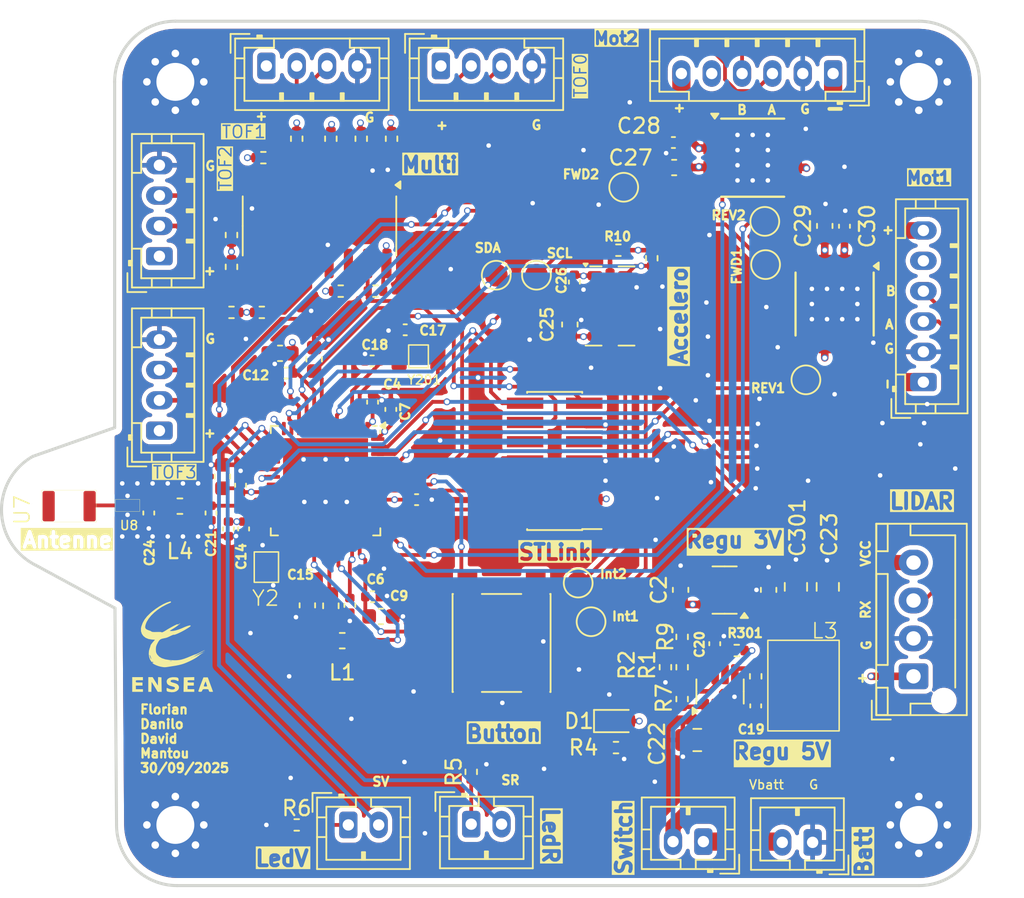
<source format=kicad_pcb>
(kicad_pcb (version 20241229) (generator "pcbnew") (generator_version "9.0")
  (title_block (title "Routing_PCB_Robot_Chat") (date "2025-09-23") (rev "v1.0") (company "Mantou"))
  (layers (0 "F.Cu" signal) (4 "In1.Cu" signal) (6 "In2.Cu" signal) (2 "B.Cu" signal) (13 "F.Paste" user) (15 "B.Paste" user) (5 "F.SilkS" user "F.Silkscreen") (7 "B.SilkS" user "B.Silkscreen") (1 "F.Mask" user) (3 "B.Mask" user) (25 "Edge.Cuts" user))
  (net 0 "")
  (net 1 "+5V")
  (net 2 "GND")
  (net 3 "+3.3V")
  (net 5 "Net-(U1-VFBSMPS)")
  (net 6 "/STM/NRST")
  (net 7 "Net-(U1-PC14)")
  (net 8 "Net-(U1-PC15)")
  (net 9 "Net-(C19-Pad1)")
  (net 10 "/Power/SW")
  (net 11 "/Antenne/Antenne")
  (net 12 "+7.2V")
  (net 13 "Net-(U8-IN)")
  (net 14 "Net-(D1-K)")
  (net 15 "/STM/UART_TX")
  (net 17 "/STM/VCP_RX")
  (net 19 "/STM/SWDIO")
  (net 20 "/STM/SWO")
  (net 23 "/STM/VCP_TX")
  (net 24 "/STM/SWCLK")
  (net 25 "Net-(J3-Pin_1)")
  (net 26 "/STM/STATUS_LEDR")
  (net 27 "/STM/STATUS_LEDV")
  (net 28 "Net-(J4-Pin_1)")
  (net 29 "/Power/Vbatt+")
  (net 30 "/Driver/Encodeur_1B")
  (net 31 "/Driver/Moteur1+")
  (net 32 "/Driver/Encodeur_1A")
  (net 33 "/Driver/Moteur1-")
  (net 34 "/Driver/Moteur2-")
  (net 35 "/Driver/Encodeur_2B")
  (net 36 "/Driver/Moteur2+")
  (net 37 "/Driver/Encodeur_2A")
  (net 38 "/Multiplexeur/SC0")
  (net 39 "/Multiplexeur/SD0")
  (net 40 "/Multiplexeur/SC1")
  (net 41 "/Multiplexeur/SD1")
  (net 42 "/Multiplexeur/SC2")
  (net 43 "/Multiplexeur/SD2")
  (net 44 "/Multiplexeur/SC3")
  (net 45 "/Multiplexeur/SD3")
  (net 46 "Net-(L1-Pad2)")
  (net 47 "Net-(U1-VLXSMPS)")
  (net 48 "/Power/BST")
  (net 49 "Net-(R1-Pad2)")
  (net 50 "/Accéléromètre/SDAacc")
  (net 51 "/Accéléromètre/SCLacc")
  (net 52 "/Multiplexeur/SDA")
  (net 53 "/Multiplexeur/SCL")
  (net 54 "Net-(U2-~{RESET})")
  (net 55 "/STM/STATUS_BUT")
  (net 56 "/Driver/FWD_1")
  (net 57 "/Driver/REV_1")
  (net 58 "/Driver/FWD_2")
  (net 59 "/Driver/REV_2")
  (net 62 "Net-(U1-OSC_OUT)")
  (net 64 "/Accéléromètre/INTacc2")
  (net 67 "/Accéléromètre/INTacc1")
  (net 70 "Net-(U1-OSC_IN)")
  (net 74 "Net-(U7-FEED)")
  (net 75 "/Power/FB")
  (net 76 "/Power/PG")
  (net 77 "/Power/EN")
  (net 78 "/Power/VCC")
  (footprint "Resistor_SMD:R_0402_1005Metric" (layer "F.Cu") (at 116.7 48.2 180)
    (property "Reference" "R20" (hide yes))
    (property "Value" "2k2")
  )
  (footprint "Capacitor_SMD:C_0402_1005Metric" (layer "F.Cu") (at 116.5 62.48 -90)
    (property "Reference" "C13" (hide yes))
    (property "Value" "100n")
  )
  (footprint "Capacitor_SMD:C_0603_1608Metric" (layer "F.Cu") (at 155.8 42.5 90)
    (property "Reference" "C29")
    (property "Value" "1uF")
  )
  (footprint "Resistor_SMD:R_0402_1005Metric" (layer "F.Cu") (at 144.4 44.63 -90)
    (property "Reference" "R3" (hide yes))
    (property "Value" "4.7k")
  )
  (footprint "Capacitor_SMD:C_0402_1005Metric" (layer "F.Cu") (at 120.3 52.2 180)
    (property "Reference" "C12")
    (property "Value" "10nF")
  )
  (footprint "Resistor_SMD:R_0402_1005Metric" (layer "F.Cu") (at 132.5 78.5 90)
    (property "Reference" "R5")
    (property "Value" "1k")
  )
  (footprint "Capacitor_SMD:C_0603_1608Metric" (layer "F.Cu") (at 119.9 50.9 180)
    (property "Reference" "C11" (hide yes))
    (property "Value" "1uF")
  )
  (footprint "Capacitor_SMD:C_0402_1005Metric" (layer "F.Cu") (at 111.25 61.43 -90)
    (property "Reference" "C24")
    (property "Value" "0.3pF")
  )
  (footprint "TestPoint:TestPoint_Pad_D1.5mm" (layer "F.Cu") (at 151.9 45.05)
    (property "Reference" "TP7" (hide yes))
    (property "Value" "TestPoint")
  )
  (footprint "Resistor_SMD:R_0402_1005Metric" (layer "F.Cu") (at 142.04 76.9)
    (property "Reference" "R4")
    (property "Value" "1k")
  )
  (footprint "MountingHole:MountingHole_2.5mm_Pad_Via" (layer "F.Cu") (at 162 82)
    (property "Reference" "H103" (hide yes))
    (property "Value" "MountingHole_Pad")
  )
  (footprint "Bobine_74404054068:Bobine_74404054068" (layer "F.Cu") (at 150.9 72.775 90)
    (property "Reference" "L3")
    (property "Value" "4.7uH")
  )
  (footprint "Capacitor_SMD:C_0402_1005Metric" (layer "F.Cu") (at 145.825 37 180)
    (property "Reference" "C28")
    (property "Value" "100n")
  )
  (footprint "Connector_JST:JST_PH_B4B-PH-K_1x04_P2.00mm_Vertical" (layer "F.Cu") (at 111.95 56 90)
    (property "Reference" "J504" (hide yes))
    (property "Value" "Conn_01x04")
  )
  (footprint "Connector_JST:JST_PH_B4B-PH-K_1x04_P2.00mm_Vertical" (layer "F.Cu") (at 119 31.95)
    (property "Reference" "J501" (hide yes))
    (property "Value" "Conn_01x04")
  )
  (footprint "Capacitor_SMD:C_0402_1005Metric" (layer "F.Cu") (at 128.15 49.35)
    (property "Reference" "C17")
    (property "Value" "10pF")
  )
  (footprint "Capacitor_SMD:C_0402_1005Metric" (layer "F.Cu") (at 157.1 42.52 90)
    (property "Reference" "C30")
    (property "Value" "100n")
  )
  (footprint "TestPoint:TestPoint_Pad_D1.5mm" (layer "F.Cu") (at 142.55 39.95 90)
    (property "Reference" "TP9" (hide yes))
    (property "Value" "TestPoint")
  )
  (footprint "Resistor_SMD:R_0402_1005Metric" (layer "F.Cu") (at 150 70.5 180)
    (property "Reference" "R301")
    (property "Value" "100k")
  )
  (footprint "Resistor_SMD:R_0402_1005Metric" (layer "F.Cu") (at 121 82 180)
    (property "Reference" "R6")
    (property "Value" "1k")
  )
  (footprint "AMCA31-2R450G-S1F-T3:AMCA31-2R450G-S1F-T3" (layer "F.Cu") (at 106 60.98 180)
    (property "Reference" "U7")
    (property "Value" "~" (hide yes))
  )
  (footprint "Capacitor_SMD:C_0603_1608Metric" (layer "F.Cu") (at 122.15 51.3 -90)
    (property "Reference" "C16" (hide yes))
    (property "Value" "4.7uF")
  )
  (footprint "Connector_JST:JST_PH_B2B-PH-K_1x02_P2.00mm_Vertical" (layer "F.Cu") (at 124.4 82)
    (property "Reference" "J4" (hide yes))
    (property "Value" "Conn_01x02")
  )
  (footprint "ABS07AIG-32.768KHZ-6-D-T:ABS07AIG-32.768KHZ-6-D-T" (layer "F.Cu") (at 129.025 51.1 180)
    (property "Reference" "Y201")
    (property "Value" "Crystal_Small")
  )
  (footprint "Capacitor_SMD:C_0402_1005Metric" (layer "F.Cu") (at 117.5 62.48 -90)
    (property "Reference" "C14")
    (property "Value" "100pF")
  )
  (footprint "Package_SO:Diodes_SO-8EP" (layer "F.Cu") (at 151.05 38)
    (property "Reference" "U6" (hide yes))
    (property "Value" "ZXBM5210-SP")
  )
  (footprint "TestPoint:TestPoint_Pad_D1.5mm" (layer "F.Cu") (at 139.55 66.05)
    (property "Reference" "TP703" (hide yes))
    (property "Value" "TestPoint")
  )
  (footprint "Capacitor_SMD:C_0603_1608Metric" (layer "F.Cu") (at 126.55 68.25)
    (property "Reference" "C9")
    (property "Value" "4.7uF")
  )
  (footprint "Inductor_SMD:L_0603_1608Metric" (layer "F.Cu") (at 113.3 60.98 180)
    (property "Reference" "L4")
    (property "Value" "2.7nH")
  )
  (footprint "Capacitor_SMD:C_0402_1005Metric" (layer "F.Cu") (at 115.35 61.43 -90)
    (property "Reference" "C21")
    (property "Value" "0.8pF")
  )
  (footprint "Resistor_SMD:R_0402_1005Metric" (layer "F.Cu") (at 116.7 43.1 90)
    (property "Reference" "R18" (hide yes))
    (property "Value" "2k2")
  )
  (footprint "Capacitor_SMD:C_0402_1005Metric" (layer "F.Cu") (at 126 66.95)
    (property "Reference" "C6")
    (property "Value" "100n")
  )
  (footprint "Connector_JST:JST_XH_B4B-XH-AM_1x04_P2.50mm_Vertical" (layer "F.Cu") (at 161.65 72.2 90)
    (property "Reference" "J1" (hide yes))
    (property "Value" "Conn_01x04")
  )
  (footprint "LogoENSEA:LogoGrandENSEA" (layer "F.Cu") (at 113.1 71.9)
    (property "Reference" "G***" (hide yes))
    (property "Value" "LOGO" (hide yes))
  )
  (footprint "Connector_PinHeader_1.27mm:PinHeader_2x07_P1.27mm_Vertical_SMD" (layer "F.Cu") (at 138 58 180)
    (property "Reference" "J201" (hide yes))
    (property "Value" "Conn_ST_STDC14")
  )
  (footprint "Capacitor_SMD:C_0603_1608Metric" (layer "F.Cu") (at 152.1 66.5 90)
    (property "Reference" "C1" (hide yes))
    (property "Value" "1uF")
  )
  (footprint "Resistor_SMD:R_0402_1005Metric" (layer "F.Cu") (at 146.4 71.6 90)
    (property "Reference" "R1")
    (property "Value" "16k")
  )
  (footprint "Package_SO:SOIC-16_3.9x9.9mm_P1.27mm" (layer "F.Cu") (at 122.5 42.5 -90)
    (property "Reference" "U2" (hide yes))
    (property "Value" "TCA9546AD")
  )
  (footprint "Capacitor_SMD:C_0402_1005Metric" (layer "F.Cu") (at 139.3 46.2 -90)
    (property "Reference" "C26")
    (property "Value" "100n")
  )
  (footprint "Package_TO_SOT_SMD:SOT-23-5" (layer "F.Cu") (at 149.2 66.5125 180)
    (property "Reference" "BU33SD5WG-TR1" (hide yes))
    (property "Value" "~")
  )
  (footprint "Inductor_SMD:L_0603_1608Metric" (layer "F.Cu") (at 123.25 67.55 90)
    (property "Reference" "L2" (hide yes))
    (property "Value" "10uH")
  )
  (footprint "XRCGB32M000F2P01R0:XRCGB32M000F2P01R0" (layer "F.Cu") (at 119 65 -90)
    (property "Reference" "Y2")
    (property "Value" "32MHz")
  )
  (footprint "Connector_JST:JST_PH_B2B-PH-K_1x02_P2.00mm_Vertical" (layer "F.Cu") (at 147.8 83.1 180)
    (property "Reference" "J6" (hide yes))
    (property "Value" "Conn_01x02")
  )
  (footprint "Package_TO_SOT_SMD:TSOT-23-8" (layer "F.Cu") (at 148.9 73.2 90)
    (property "Reference" "MP1475DJ-LF-P1" (hide yes))
    (property "Value" "~")
  )
  (footprint "Connector_JST:JST_PH_B6B-PH-K_1x06_P2.00mm_Vertical" (layer "F.Cu") (at 162.3 52.8 90)
    (property "Reference" "J7" (hide yes))
    (property "Value" "Conn_01x06")
  )
  (footprint "Capacitor_SMD:C_0603_1608Metric" (layer "F.Cu") (at 116.1 59.025 90)
    (property "Reference" "C3" (hide yes))
    (property "Value" "4.7uF")
  )
  (footprint "Connector_JST:JST_PH_B4B-PH-K_1x04_P2.00mm_Vertical" (layer "F.Cu") (at 111.95 44.5 90)
    (property "Reference" "J503" (hide yes))
    (property "Value" "Conn_01x04")
  )
  (footprint "TestPoint:TestPoint_Pad_D1.5mm" (layer "F.Cu") (at 151.85 42.2 90)
    (property "Reference" "TP10" (hide yes))
    (property "Value" "TestPoint")
  )
  (footprint "Capacitor_SMD:C_0402_1005Metric" (layer "F.Cu") (at 126 54.12 90)
    (property "Reference" "C4")
    (property "Value" "100n")
  )
  (footprint "Resistor_SMD:R_0402_1005Metric" (layer "F.Cu") (at 121 36.75 -90)
    (property "Reference" "R16" (hide yes))
    (property "Value" "2k2")
  )
  (footprint "Resistor_SMD:R_0402_1005Metric" (layer "F.Cu") (at 125.25 36.75 -90)
    (property "Reference" "R14" (hide yes))
    (property "Value" "2k2")
  )
  (footprint "MountingHole:MountingHole_2.5mm_Pad_Via" (layer "F.Cu") (at 162 33)
    (property "Reference" "H102" (hide yes))
    (property "Value" "MountingHole_Pad")
  )
  (footprint "Connector_JST:JST_PH_B2B-PH-K_1x02_P2.00mm_Vertical" (layer "F.Cu") (at 155 83.15 180)
    (property "Reference" "J5" (hide yes))
    (property "Value" "Conn_01x02")
  )
  (footprint "Package_SO:Diodes_SO-8EP" (layer "F.Cu") (at 156.45 47.65 -90)
    (property "Reference" "U5" (hide yes))
    (property "Value" "ZXBM5210-SP")
  )
  (footprint "Resistor_SMD:R_0402_1005Metric" (layer "F.Cu") (at 151.25 72.2 -90)
    (property "Reference" "R8" (hide yes))
    (property "Value" "20")
  )
  (footprint "MountingHole:MountingHole_2.5mm_Pad_Via" (layer "F.Cu") (at 113 33)
    (property "Reference" "H101" (hide yes))
    (property "Value" "MountingHole_Pad")
  )
  (footprint "Capacitor_SMD:C_0805_2012Metric" (layer "F.Cu") (at 156 66.3 -90)
    (property "Reference" "C23")
    (property "Value" "22u")
  )
  (footprint "Capacitor_SMD:C_0402_1005Metric" (layer "F.Cu") (at 151.25 74.15 -90)
    (property "Reference" "C19")
    (property "Value" "100n")
  )
  (footprint "Resistor_SMD:R_0402_1005Metric" (layer "F.Cu") (at 126.19 46.8 180)
    (property "Reference" "R11" (hide yes))
    (property "Value" "2k2")
  )
  (footprint "Capacitor_SMD:C_0402_1005Metric" (layer "F.Cu") (at 148.55 70.05 90)
    (property "Reference" "C20")
    (property "Value" "100n")
  )
  (footprint "Package_LGA:LGA-14_3x5mm_P0.8mm_LayoutBorder1x6y" (layer "F.Cu") (at 141.65 47.78)
    (property "Reference" "U4" (hide yes))
    (property "Value" "ADXL343")
  )
  (footprint "Capacitor_SMD:C_0402_1005Metric" (layer "F.Cu") (at 127.2 54.6 90)
    (property "Reference" "C7")
    (property "Value" "100n")
  )
  (footprint "Resistor_SMD:R_0402_1005Metric" (layer "F.Cu") (at 118.8 38)
    (property "Reference" "R17" (hide yes))
    (property "Value" "2k2")
  )
  (footprint "Resistor_SMD:R_0402_1005Metric" (layer "F.Cu") (at 145.3 71.6 90)
    (property "Reference" "R2")
    (property "Value" "13k")
  )
  (footprint "Resistor_SMD:R_0402_1005Metric" (layer "F.Cu") (at 123.9 46.8)
    (property "Reference" "R12" (hide yes))
    (property "Value" "2k2")
  )
  (footprint "TestPoint:TestPoint_Pad_D1.5mm" (layer "F.Cu") (at 136.8 45.75)
    (property "Reference" "TP702" (hide yes))
    (property "Value" "TestPoint")
  )
  (footprint "SW_Push_1P1T_NO_6x6mm_H9.5mm:SW_Push_1P1T_NO_6x6mm_H9.5mm" (layer "F.Cu") (at 134.5 70 -90)
    (property "Reference" "SW1" (hide yes))
    (property "Value" "SW_Push_Dual")
  )
  (footprint "TestPoint:TestPoint_Pad_D1.5mm" (layer "F.Cu") (at 140.4 68.6)
    (property "Reference" "TP704" (hide yes))
    (property "Value" "TestPoint")
  )
  (footprint "Capacitor_SMD:C_0603_1608Metric" (layer "F.Cu") (at 139 49 -90)
    (property "Reference" "C25")
    (property "Value" "1uF")
  )
  (footprint "Resistor_SMD:R_0402_1005Metric" (layer "F.Cu") (at 142.2 44.1 180)
    (property "Reference" "R10")
    (property "Value" "4.7k")
  )
  (footprint "Capacitor_SMD:C_0603_1608Metric" (layer "F.Cu") (at 145.875 38.65 180)
    (property "Reference" "C27")
    (property "Value" "1uF")
  )
  (footprint "Capacitor_SMD:C_0603_1608Metric" (layer "F.Cu") (at 121.7 67.52 -90)
    (property "Reference" "C15")
    (property "Value" "4.7uF")
  )
  (footprint "Resistor_SMD:R_0402_1005Metric" (layer "F.Cu") (at 118.7 48.2)
    (property "Reference" "R21" (hide yes))
    (property "Value" "2k2")
  )
  (footprint "Resistor_SMD:R_0402_1005Metric" (layer "F.Cu") (at 116.7 45.2 -90)
    (property "Reference" "R19" (hide yes))
    (property "Value" "2k2")
  )
  (footprint "Connector_JST:JST_PH_B2B-PH-K_1x02_P2.00mm_Vertical" (layer "F.Cu") (at 132.5 81.95)
    (property "Reference" "J3" (hide yes))
    (property "Value" "Conn_01x02")
  )
  (footprint "LED_SMD:LED_0603_1608Metric" (layer "F.Cu") (at 142.0775 75.15)
    (property "Reference" "D1")
    (property "Value" "LED")
  )
  (footprint "TestPoint:TestPoint_Pad_D1.5mm" (layer "F.Cu") (at 154.5575 52.65 -90)
    (property "Reference" "TP8" (hide yes))
    (property "Value" "TestPoint")
  )
  (footprint "Capacitor_SMD:C_0402_1005Metric" (layer "F.Cu") (at 128.9 60.55)
    (property "Reference" "C8" (hide yes))
    (property "Value" "100n")
  )
  (footprint "Package_DFN_QFN:QFN-48-1EP_7x7mm_P0.5mm_EP5.6x5.6mm" (layer "F.Cu") (at 122.9 59.3 -90)
    (property "Reference" "U1" (hide yes))
    (property "Value" "STM32WB55CEUx")
  )
  (footprint "TestPoint:TestPoint_Pad_D1.5mm" (layer "F.Cu") (at 134.15 45.75)
    (property "Reference" "TP701" (hide yes))
    (property "Value" "TestPoint")
  )
  (footprint "Capacitor_SMD:C_0805_2012Metric" (layer "F.Cu") (at 153.9 66.3 -90)
    (property "Reference" "C301")
    (property "Value" "22u")
  )
  (footprint "MountingHole:MountingHole_2.5mm_Pad_Via" (layer "F.Cu") (at 113 82)
    (property "Reference" "H104" (hide yes))
    (property "Value" "MountingHole_Pad")
  )
  (footprint "Capacitor_SMD:C_0402_1005Metric" (layer "F.Cu") (at 124.5 67.52 -90)
    (property "Reference" "C10" (hide yes))
    (property "Value" "100n")
  )
  (footprint "Connector_JST:JST_PH_B4B-PH-K_1x04_P2.00mm_Vertical" (layer "F.Cu") (at 130.5 31.95)
    (property "Reference" "J502" (hide yes))
    (property "Value" "Conn_01x04")
  )
  (footprint "Inductor_SMD:L_0603_1608Metric" (layer "F.Cu") (at 124 69.85 180)
    (property "Reference" "L1")
    (property "Value" "10nH")
  )
  (footprint "Resistor_SMD:R_0402_1005Metric" (layer "F.Cu") (at 127.25 36.75 -90)
    (property "Reference" "R13" (hide yes))
    (property "Value" "2k2")
  )
  (footprint "Resistor_SMD:R_0402_1005Metric" (layer "F.Cu") (at 146.4 73.7 -90)
    (property "Reference" "R7")
    (property "Value" "100k")
  )
  (footprint "Capacitor_SMD:C_0805_2012Metric" (layer "F.Cu") (at 147.4 76.4 180)
    (property "Reference" "C22")
    (property "Value" "22uF")
  )
  (footprint "Resistor_SMD:R_0402_1005Metric" (layer "F.Cu") (at 146.4 69.6 90)
    (property "Reference" "R9")
    (property "Value" "40.2k")
  )
  (footprint "Capacitor_SMD:C_0402_1005Metric" (layer "F.Cu") (at 125.97 51.4)
    (property "Reference" "C18")
    (property "Value" "10pF")
  )
  (footprint "LowPass:LOWPASS" (layer "F.Cu") (at 109.85 60.93 180)
    (property "Reference" "U8")
    (property "Value" "~" (hide yes))
  )
  (footprint "Capacitor_SMD:C_0603_1608Metric" (layer "F.Cu") (at 146.3 66.5 90)
    (property "Reference" "C2")
    (property "Value" "1uF")
  )
  (footprint "Resistor_SMD:R_0402_1005Metric" (layer "F.Cu") (at 123.25 36.75 -90)
    (property "Reference" "R15" (hide yes))
    (property "Value" "2k2")
  )
  (footprint "Connector_JST:JST_PH_B6B-PH-K_1x06_P2.00mm_Vertical" (layer "F.Cu") (at 156.35 32.45 180)
    (property "Reference" "J8" (hide yes))
    (property "Value" "Conn_01x06")
  )
  (footprint "Capacitor_SMD:C_0402_1005Metric" (layer "F.Cu") (at 117.3 59.6 90)
    (property "Reference" "C5" (hide yes))
    (property "Value" "100n")
  )
  (gr_line (start 109.019892 67.705371) (end 109.125 82) (stroke (width 0.2)) (layer "Edge.Cuts"))
  (gr_line (start 162 86) (end 113.125 86) (stroke (width 0.2)) (layer "Edge.Cuts"))
  (gr_arc (start 103.790368 64.868746) (mid 101.545144 61.341468) (end 103.6 57.7) (stroke (width 0.2)) (layer "Edge.Cuts"))
  (gr_arc (start 113.125 86) (mid 110.296573 84.828427) (end 109.125 82) (stroke (width 0.2)) (layer "Edge.Cuts"))
  (gr_line (start 166 33) (end 166 82) (stroke (width 0.2)) (layer "Edge.Cuts"))
  (gr_line (start 109 55.8) (end 103.6 57.7) (stroke (width 0.2)) (layer "Edge.Cuts"))
  (gr_line (start 103.79037 64.868746) (end 109.019892 67.705371) (stroke (width 0.2)) (layer "Edge.Cuts"))
  (gr_arc (start 162 29) (mid 164.828427 30.171573) (end 166 33) (stroke (width 0.2)) (layer "Edge.Cuts"))
  (gr_arc (start 109 33) (mid 110.171573 30.171573) (end 113 29) (stroke (width 0.2)) (layer "Edge.Cuts"))
  (gr_arc (start 166 82) (mid 164.828427 84.828427) (end 162 86) (stroke (width 0.2)) (layer "Edge.Cuts"))
  (gr_line (start 113 29) (end 162 29) (stroke (width 0.2)) (layer "Edge.Cuts"))
  (gr_line (start 109 33) (end 109 55.8) (stroke (width 0.2)) (layer "Edge.Cuts"))
  (gr_text "+" (at 159.5 43.1 0) (layer "F.SilkS") (effects (font (size 0.6 0.6) (thickness 0.15) (bold yes)) (justify left bottom)))
  (gr_text "A" (at 159.7 49.35 0) (layer "F.SilkS") (effects (font (size 0.6 0.6) (thickness 0.15) (bold yes)) (justify left bottom)))
  (gr_text "B" (at 159.75 47.15 0) (layer "F.SilkS") (effects (font (size 0.6 0.6) (thickness 0.15) (bold yes)) (justify left bottom)))
  (gr_text "Batt\n" (at 158.95 85.5 90) (layer "F.SilkS" knockout) (effects (font (size 1 1) (thickness 0.25) (bold yes)) (justify left bottom)))
  (gr_text "G" (at 154.7 79.7 0) (layer "F.SilkS") (effects (font (size 0.6 0.6) (thickness 0.1)) (justify left bottom)))
  (gr_text "TOF3\n" (at 111.45 58.75 0) (layer "F.SilkS" knockout) (effects (font (size 0.8 0.8) (thickness 0.1)) (justify left)))
  (gr_text "+" (at 114.8 45.8 0) (layer "F.SilkS") (effects (font (size 0.6 0.6) (thickness 0.15) (bold yes)) (justify left bottom)))
  (gr_text "SR" (at 134.4 79.4 0) (layer "F.SilkS") (effects (font (size 0.6 0.6) (thickness 0.15) (bold yes)) (justify left bottom)))
  (gr_text "FWD1" (at 150.35 46.45 90) (layer "F.SilkS") (effects (font (size 0.6 0.6) (thickness 0.15) (bold yes)) (justify left bottom)))
  (gr_text "G" (at 125.4 35.7 0) (layer "F.SilkS") (effects (font (size 0.6 0.6) (thickness 0.15) (bold yes)) (justify left bottom)))
  (gr_text "Accelero" (at 146.8 51.75 90) (layer "F.SilkS" knockout) (effects (font (size 1 1) (thickness 0.25) (bold yes)) (justify left bottom)))
  (gr_text "G" (at 136.4 36.2 0) (layer "F.SilkS") (effects (font (size 0.6 0.6) (thickness 0.15) (bold yes)) (justify left bottom)))
  (gr_text "LedR" (at 137.15 80.75 270) (layer "F.SilkS" knockout) (effects (font (size 1 1) (thickness 0.25) (bold yes)) (justify left bottom)))
  (gr_text "Regu 3V" (at 146.55 63.8 0) (layer "F.SilkS" knockout) (effects (font (size 1 1) (thickness 0.25) (bold yes)) (justify left bottom)))
  (gr_text "Int1" (at 141.7 68.6 0) (layer "F.SilkS") (effects (font (size 0.6 0.6) (thickness 0.15) (bold yes)) (justify left bottom)))
  (gr_text "G" (at 114.9 50.3 0) (layer "F.SilkS") (effects (font (size 0.6 0.6) (thickness 0.15) (bold yes)) (justify left bottom)))
  (gr_text "Multi" (at 127.8 39.05 0) (layer "F.SilkS" knockout) (effects (font (size 1 1) (thickness 0.25) (bold yes)) (justify left bottom)))
  (gr_text "-" (at 160.25 53.4 90) (layer "F.SilkS") (effects (font (size 0.6 0.6) (thickness 0.15) (bold yes)) (justify left bottom)))
  (gr_text "VCC" (at 158.85 65.05 90) (layer "F.SilkS") (effects (font (size 0.6 0.6) (thickness 0.15) (bold yes)) (justify left bottom)))
  (gr_text "TOF2" (at 116.3 40.2 90) (layer "F.SilkS" knockout) (effects (font (size 0.8 0.8) (thickness 0.1)) (justify left)))
  (gr_text "SCL" (at 137.4 44.65 0) (layer "F.SilkS") (effects (font (size 0.6 0.6) (thickness 0.15) (bold yes)) (justify left bottom)))
  (gr_text "RX" (at 158.85 68.5 90) (layer "F.SilkS") (effects (font (size 0.6 0.6) (thickness 0.15) (bold yes)) (justify left bottom)))
  (gr_text "LIDAR" (at 159.95 61.25 0) (layer "F.SilkS" knockout) (effects (font (size 1 1) (thickness 0.25) (bold yes)) (justify left bottom)))
  (gr_text "SDA" (at 132.65 44.3 0) (layer "F.SilkS") (effects (font (size 0.6 0.6) (thickness 0.15) (bold yes)) (justify left bottom)))
  (gr_text "Antenne" (at 102.8 63.8 0) (layer "F.SilkS" knockout) (effects (font (size 1 1) (thickness 0.25) (bold yes)) (justify left bottom)))
  (gr_text "G" (at 114.9 38.9 0) (layer "F.SilkS") (effects (font (size 0.6 0.6) (thickness 0.15) (bold yes)) (justify left bottom)))
  (gr_text "G" (at 158.9 70.55 90) (layer "F.SilkS") (effects (font (size 0.6 0.6) (thickness 0.15) (bold yes)) (justify left bottom)))
  (gr_text "+" (at 114.8 56.5 0) (layer "F.SilkS") (effects (font (size 0.6 0.6) (thickness 0.15) (bold yes)) (justify left bottom)))
  (gr_text "G" (at 159.65 50.95 0) (layer "F.SilkS") (effects (font (size 0.6 0.6) (thickness 0.15) (bold yes)) (justify left bottom)))
  (gr_text "STLink" (at 135.5 64.6 0) (layer "F.SilkS" knockout) (effects (font (size 1 1) (thickness 0.25) (bold yes)) (justify left bottom)))
  (gr_text "REV2" (at 148.25 42.15 0) (layer "F.SilkS") (effects (font (size 0.6 0.6) (thickness 0.15) (bold yes)) (justify left bottom)))
  (gr_text "SV" (at 125.9 79.5 0) (layer "F.SilkS") (effects (font (size 0.6 0.6) (thickness 0.15) (bold yes)) (justify left bottom)))
  (gr_text "Switch" (at 143.15 85.4 90) (layer "F.SilkS" knockout) (effects (font (size 1 1) (thickness 0.25) (bold yes)) (justify left bottom)))
  (gr_text "Regu 5V" (at 149.65 77.75 0) (layer "F.SilkS" knockout) (effects (font (size 1 1) (thickness 0.25) (bold yes)) (justify left bottom)))
  (gr_text "Button" (at 132.05 76.55 0) (layer "F.SilkS" knockout) (effects (font (size 1 1) (thickness 0.25) (bold yes)) (justify left bottom)))
  (gr_text "+" (at 130.1 36.2 0) (layer "F.SilkS") (effects (font (size 0.6 0.6) (thickness 0.15) (bold yes)) (justify left bottom)))
  (gr_text "TOF0\n" (at 139.7 34.1 90) (layer "F.SilkS" knockout) (effects (font (size 0.8 0.8) (thickness 0.1)) (justify left)))
  (gr_text "B\n" (at 149.95 35.2 0) (layer "F.SilkS") (effects (font (size 0.6 0.6) (thickness 0.15) (bold yes)) (justify left bottom)))
  (gr_text "TOF1\n" (at 116 36.3 0) (layer "F.SilkS" knockout) (effects (font (size 0.8 0.8) (thickness 0.1)) (justify left)))
  (gr_text "G" (at 154.1 35.15 0) (layer "F.SilkS") (effects (font (size 0.6 0.6) (thickness 0.15) (bold yes)) (justify left bottom)))
  (gr_text "-" (at 155.7 35.3 0) (layer "F.SilkS") (effects (font (size 1 1) (thickness 0.25) (bold yes)) (justify left bottom)))
  (gr_text "Vbatt" (at 150.75 79.7 0) (layer "F.SilkS") (effects (font (size 0.6 0.6) (thickness 0.1)) (justify left bottom)))
  (gr_text "Int2\n" (at 140.9 65.8 0) (layer "F.SilkS") (effects (font (size 0.6 0.6) (thickness 0.15) (bold yes)) (justify left bottom)))
  (gr_text "REV1" (at 150.85 53.55 0) (layer "F.SilkS") (effects (font (size 0.6 0.6) (thickness 0.15) (bold yes)) (justify left bottom)))
  (gr_text "+\n" (at 158.6 72.8 90) (layer "F.SilkS") (effects (font (size 0.6 0.6) (thickness 0.15) (bold yes)) (justify left bottom)))
  (gr_text "FWD2\n" (at 138.45 39.45 0) (layer "F.SilkS") (effects (font (size 0.6 0.6) (thickness 0.15) (bold yes)) (justify left bottom)))
  (gr_text "Mot2" (at 140.5 30.6 0) (layer "F.SilkS" knockout) (effects (font (size 0.8 0.8) (thickness 0.2) (bold yes)) (justify left bottom)))
  (gr_text "Florian\nDanilo\nDavid\nMantou\n30/09/2025" (at 110.6 78.6 0) (layer "F.SilkS") (effects (font (size 0.6 0.6) (thickness 0.15) (bold yes)) (justify left bottom)))
  (gr_text "+" (at 145.75 35.05 0) (layer "F.SilkS") (effects (font (size 0.6 0.6) (thickness 0.15) (bold yes)) (justify left bottom)))
  (gr_text "Mot1" (at 161.1 39.8 0) (layer "F.SilkS" knockout) (effects (font (size 0.8 0.8) (thickness 0.2) (bold yes)) (justify left bottom)))
  (gr_text "LedV" (at 118.15 84.8 0) (layer "F.SilkS" knockout) (effects (font (size 1 1) (thickness 0.25) (bold yes)) (justify left bottom)))
  (gr_text "A\n" (at 151.95 35.2 0) (layer "F.SilkS") (effects (font (size 0.6 0.6) (thickness 0.15) (bold yes)) (justify left bottom)))
  (gr_text "+" (at 118.2 35.6 0) (layer "F.SilkS") (effects (font (size 0.6 0.6) (thickness 0.15) (bold yes)) (justify left bottom)))
  (segment (start 153.8 68.7) (end 154.4 69.3) (width 0.3) (layer "F.Cu") (net 1))
  (segment (start 151.9125 67.4625) (end 152.1 67.275) (width 0.5) (layer "F.Cu") (net 1))
  (segment (start 150.3375 67.4625) (end 149.675001 67.4625) (width 0.25) (layer "F.Cu") (net 1))
  (segment (start 150.3375 67.4625) (end 151.9125 67.4625) (width 0.5) (layer "F.Cu") (net 1))
  (segment (start 157.55 67.25) (end 160.1 64.7) (width 1) (layer "F.Cu") (net 1))
  (segment (start 156 67.25) (end 157.55 67.25) (width 1) (layer "F.Cu") (net 1))
  (segment (start 147.9 68.7) (end 153.8 68.7) (width 0.3) (layer "F.Cu") (net 1))
  (segment (start 149.675001 67.4625) (end 149.2 66.987499) (width 0.25) (layer "F.Cu") (net 1))
  (segment (start 146.4 69.09) (end 147.51 69.09) (width 0.3) (layer "F.Cu") (net 1))
  (segment (start 147.51 69.09) (end 147.9 68.7) (width 0.3) (layer "F.Cu") (net 1))
  (segment (start 149.675001 65.5625) (end 150.3375 65.5625) (width 0.25) (layer "F.Cu") (net 1))
  (segment (start 160.1 64.7) (end 161.65 64.7) (width 1) (layer "F.Cu") (net 1))
  (segment (start 154.4 69.3) (end 154.4 70.775) (width 0.3) (layer "F.Cu") (net 1))
  (segment (start 149.2 66.987499) (end 149.2 66.037501) (width 0.25) (layer "F.Cu") (net 1))
  (segment (start 149.2 66.037501) (end 149.675001 65.5625) (width 0.25) (layer "F.Cu") (net 1))
  (segment (start 139.88 46.68) (end 139.9 46.7) (width 0.25) (layer "F.Cu") (net 2))
  (segment (start 119.125 51.175) (end 119.55 51.6) (width 0.25) (layer "F.Cu") (net 2))
  (segment (start 140.09 55.6) (end 139.95 55.46) (width 0.5) (layer "F.Cu") (net 2))
  (segment (start 141.35 59.3) (end 139.98 59.3) (width 0.5) (layer "F.Cu") (net 2))
  (segment (start 152.1 65) (end 152.1 65.725) (width 0.5) (layer "F.Cu") (net 2))
  (segment (start 142.55 76.9) (end 142.55 77.6225) (width 0.5) (layer "F.Cu") (net 2))
  (segment (start 125.675 39.175) (end 126 38.85) (width 0.25) (layer "F.Cu") (net 2))
  (segment (start 125.49 50.950798) (end 125.5 50.940798) (width 0.25) (layer "F.Cu") (net 2))
  (segment (start 116.99 62.96) (end 117 62.95) (width 0.25) (layer "F.Cu") (net 2))
  (segment (start 140.02 46.58) (end 139.9 46.7) (width 0.25) (layer "F.Cu") (net 2))
  (segment (start 127.2 54.12) (end 126.72 54.12) (width 0.25) (layer "F.Cu") (net 2))
  (segment (start 119.4625 61.05) (end 121.15 61.05) (width 0.25) (layer "F.Cu") (net 2))
  (segment (start 125.49 51.4) (end 125.49 50.950798) (width 0.25) (layer "F.Cu") (net 2))
  (segment (start 156 64.6) (end 155.95 64.55) (width 0.25) (layer "F.Cu") (net 2))
  (segment (start 153.9 65.35) (end 153.9 64.5) (width 0.25) (layer "F.Cu") (net 2))
  (segment (start 145.345 37) (end 145.345 37.7) (width 0.25) (layer "F.Cu") (net 2))
  (segment (start 123.05 43.75) (end 123.05 44.89) (width 0.5) (layer "F.Cu") (net 2))
  (segment (start 158.355 50.1475) (end 158.355 49.555) (width 0.25) (layer "F.Cu") (net 2))
  (segment (start 118.055 40.025) (end 118.055 41.345) (width 0.25) (layer "F.Cu") (net 2))
  (segment (start 136.75 73.975) (end 134.575 73.975) (width 0.25) (layer "F.Cu") (net 2))
  (segment (start 146.45 76.4) (end 146.45 77.5) (width 0.3) (layer "F.Cu") (net 2))
  (segment (start 142.65 46.58) (end 143.37 46.58) (width 0.25) (layer "F.Cu") (net 2))
  (segment (start 121.15 61.05) (end 122.9 59.3) (width 0.25) (layer "F.Cu") (net 2))
  (segment (start 119.82 52.2) (end 119.82 51.87) (width 0.25) (layer "F.Cu") (net 2))
  (segment (start 123.05 44.89) (end 123.135 44.975) (width 0.5) (layer "F.Cu") (net 2))
  (segment (start 109.85 60.7025) (end 109.85 60.3) (width 0.25) (layer "F.Cu") (net 2))
  (segment (start 158.4075 50.2) (end 158.355 50.1475) (width 0.5) (layer "F.Cu") (net 2))
  (segment (start 120.49 82) (end 119 82) (width 0.5) (layer "F.Cu") (net 2))
  (segment (start 115.35 61.91) (end 115.35 62.35) (width 0.25) (layer "F.Cu") (net 2))
  (segment (start 109.85 61.1575) (end 109.85 61.55) (width 0.25) (layer "F.Cu") (net 2))
  (segment (start 134.575 73.975) (end 134.55 73.95) (width 0.25) (layer "F.Cu") (net 2))
  (segment (start 129.38 60.55) (end 129.9 60.55) (width 0.25) (layer "F.Cu") (net 2))
  (segment (start 126.72 54.12) (end 126.6 54) (width 0.25) (layer "F.Cu") (net 2))
  (segment (start 150.35 66.5) (end 150.3375 66.5125) (width 0.5) (layer "F.Cu") (net 2))
  (segment (start 154.55 36.1) (end 153.5525 36.1) (width 0.5) (layer "F.Cu") (net 2))
  (segment (start 118.55 64.35) (end 118.55 63.75) (width 0.25) (layer "F.Cu") (net 2))
  (segment (start 139.75 48.7) (end 140.03 48.98) (width 0.25) (layer "F.Cu") (net 2))
  (segment (start 141.35 55.6) (end 140.09 55.6) (width 0.5) (layer "F.Cu") (net 2))
  (segment (start 119.82 51.87) (end 119.55 51.6) (width 0.25) (layer "F.Cu") (net 2))
  (segment (start 117.5 62.96) (end 117.01 62.96) (width 0.25) (layer "F.Cu") (net 2))
  (segment (start 148.55 69.57) (end 149.13 69.57) (width 0.25) (layer "F.Cu") (net 2))
  (segment (start 116.1 58.25) (end 115.35 58.25) (width 0.25) (layer "F.Cu") (net 2))
  (segment (start 149.875 73.575) (end 149.85 73.55) (width 0.25) (layer "F.Cu") (net 2))
  (segment (start 123.65 60.05) (end 122.9 59.3) (width 0.25) (layer "F.Cu") (net 2))
  (segment (start 124.5 68) (end 124.5 68.55) (width 0.25) (layer "F.Cu") (net 2))
  (segment (start 119.125 50.9) (end 119.125 51.175) (width 0.25) (layer "F.Cu") (net 2))
  (segment (start 151.3 66.5) (end 150.35 66.5) (width 0.5) (layer "F.Cu") (net 2))
  (segment (start 153.5525 36.1) (end 153.5475 36.095) (width 0.5) (layer "F.Cu") (net 2))
  (segment (start 149.13 69.57) (end 149.15 69.55) (width 0.25) (layer "F.Cu") (net 2))
  (segment (start 126.945 38.855) (end 127 38.8) (width 0.25) (layer "F.Cu") (net 2))
  (segment (start 139.75 48.7) (end 139.275 48.225) (width 0.25) (layer "F.Cu") (net 2))
  (segment (start 126 53.64) (end 126.24 53.64) (width 0.25) (layer "F.Cu") (net 2))
  (segment (start 127.325 68.25) (end 128 68.25) (width 0.25) (layer "F.Cu") (net 2))
  (segment (start 139.98 59.3) (end 139.95 59.27) (width 0.5) (layer "F.Cu") (net 2))
  (segment (start 126.945 40.025) (end 126.945 38.855) (width 0.25) (layer "F.Cu") (net 2))
  (segment (start 119.45 65.65) (end 119.45 66.2) (width 0.25) (layer "F.Cu") (net 2))
  (segment (start 159 50.2) (end 158.4075 50.2) (width 0.5) (layer "F.Cu") (net 2))
  (segment (start 140.65 46.58) (end 140.02 46.58) (width 0.25) (layer "F.Cu") (net 2))
  (segment (start 146.3 65.725) (end 146.3 64.9) (width 0.25) (layer "F.Cu") (net 2))
  (segment (start 123.1 50) (end 122.575 50.525) (width 0.25) (layer "F.Cu") (net 2))
  (segment (start 120.955 68.295) (end 120.95 68.3) (width 0.25) (layer "F.Cu") (net 2))
  (segment (start 139.3 46.68) (end 139.88 46.68) (width 0.25) (layer "F.Cu") (net 2))
  (segment (start 149.875 74.3375) (end 149.875 73.575) (width 0.25) (layer "F.Cu") (net 2))
  (segment (start 116.5 62.96) (end 116.99 62.96) (width 0.25) (layer "F.Cu") (net 2))
  (segment (start 121.7 68.295) (end 120.955 68.295) (width 0.25) (layer "F.Cu") (net 2))
  (segment (start 118.055 41.345) (end 118.05 41.35) (width 0.25) (layer "F.Cu") (net 2))
  (segment (start 126.9 66.95) (end 126.95 66.9) (width 0.25) (layer "F.Cu") (net 2))
  (segment (start 157.15 41.5) (end 157.15 41.99) (width 0.5) (layer "F.Cu") (net 2))
  (segment (start 118.55 63.75) (end 118.75 63.55) (width 0.25) (layer "F.Cu") (net 2))
  (segment (start 141.35 58) (end 139.95 58) (width 0.5) (layer "F.Cu") (net 2))
  (segment (start 117.01 62.96) (end 117 62.95) (width 0.25) (layer "F.Cu") (net 2))
  (segment (start 132.5 77.99) (end 133.49 77.99) (width 0.5) (layer "F.Cu") (net 2))
  (segment (start 145.3 72.11) (end 145.3 72.6) (width 0.3) (layer "F.Cu") (net 2))
  (segment (start 155.85 41.675) (end 155.8 41.725) (width 0.5) (layer "F.Cu") (net 2))
  (segment (start 140.03 48.98) (end 140.65 48.98) (width 0.25) (layer "F.Cu") (net 2))
  (segment (start 139.275 48.225) (end 139 48.225) (width 0.25) (layer "F.Cu") (net 2))
  (segment (start 127.62 49.4) (end 127.05 49.4) (width 0.3) (layer "F.Cu") (net 2))
  (segment (start 126.48 66.95) (end 126.9 66.95) (width 0.25) (layer "F.Cu") (net 2))
  (segment (start 125.675 40.025) (end 125.675 39.175) (width 0.25) (layer "F.Cu") (net 2))
  (segment (start 142.55 77.6225) (end 142.5775 77.65) (width 0.5) (layer "F.Cu") (net 2))
  (segment (start 155.85 41.05) (end 155.85 41.675) (width 0.5) (layer "F.Cu") (net 2))
  (segment (start 156 65.35) (end 156 64.6) (width 0.25) (layer "F.Cu") (net 2))
  (segment (start 122.575 50.525) (end 122.15 50.525) (width 0.25) (layer "F.Cu") (net 2))
  (segment (start 157.15 41.99) (end 157.1 42.04) (width 0.5) (layer "F.Cu") (net 2))
  (segment (start 145.345 37.7) (end 145.345 38.405) (width 0.25) (layer "F.Cu") (net 2))
  (segment (start 134.525 73.975) (end 134.55 73.95) (width 0.25) (layer "F.Cu") (net 2))
  (segment (start 140.65 48.18) (end 140.65 48.98) (width 0.4) (layer "F.Cu") (net 2))
  (segment (start 117.3 59.12) (end 117.3 58.65) (width 0.25) (layer "F.Cu") (net 2))
  (segment (start 143.37 46.58) (end 143.4 46.55) (width 0.25) (layer "F.Cu") (net 2))
  (segment (start 145.345 38.405) (end 145.1 38.65) (width 0.25) (layer "F.Cu") (net 2))
  (segment (start 132.25 73.975) (end 134.525 73.975) (width 0.25) (layer "F.Cu") (net 2))
  (segment (start 133.49 77.99) (end 133.5 78) (width 0.5) (layer "F.Cu") (net 2))
  (segment (start 123.65 62.7375) (end 123.65 60.05) (width 0.25) (layer "F.Cu") (net 2))
  (segment (start 126.24 53.64) (end 126.6 54) (width 0.25) (layer "F.Cu") (net 2))
  (segment (start 111.25 61.91) (end 111.25 62.45) (width 0.25) (layer "F.Cu") (net 2))
  (segment (start 127.67 49.35) (end 127.62 49.4) (width 0.3) (layer "F.Cu") (net 2))
  (via (at 109.85 60.3) (size 0.45) (drill 0.3) (layers "F.Cu" "B.Cu") (net 2))
  (via (at 109.5 62.98) (size 0.45) (drill 0.3) (layers "F.Cu" "B.Cu") (net 2))
  (via (at 120.6 78.9) (size 0.45) (drill 0.3) (layers "F.Cu" "B.Cu") (net 2))
  (via (at 126.95 66.9) (size 0.45) (drill 0.3) (layers "F.Cu" "B.Cu") (net 2))
  (via (at 151.25 59.8) (size 0.45) (drill 0.3) (layers "F.Cu" "B.Cu") (net 2))
  (via (at 121.45 57.9) (size 0.45) (drill 0.3) (layers "F.Cu" "B.Cu") (net 2))
  (via (at 162.1 56.9) (size 0.45) (drill 0.3) (layers "F.Cu" "B.Cu") (net 2))
  (via (at 141.6 73.4) (size 0.45) (drill 0.3) (layers "F.Cu" "B.Cu") (net 2))
  (via (at 139.9 37.5) (size 0.45) (drill 0.3) (layers "F.Cu" "B.Cu") (net 2))
  (via (at 162.55 54.25) (size 0.45) (drill 0.3) (layers "F.Cu" "B.Cu") (net 2))
  (via (at 148.3 59.4) (size 0.45) (drill 0.3) (layers "F.Cu" "B.Cu") (net 2))
  (via (at 113.5 62.98) (size 0.45) (drill 0.3) (layers "F.Cu" "B.Cu") (net 2))
  (via (at 117.65 49.95) (size 0.45) (drill 0.3) (layers "F.Cu" "B.Cu") (net 2))
  (via (at 128.1 77.85) (size 0.45) (drill 0.3) (layers "F.Cu" "B.Cu") (net 2))
  (via (at 151.95 47.85) (size 0.45) (drill 0.3) (layers "F.Cu" "B.Cu") (net 2))
  (via (at 130.45 56.65) (size 0.45) (drill 0.3) (layers "F.Cu" "B.Cu") (net 2))
  (via (at 126.75 65.1) (size 0.45) (drill 0.3) (layers "F.Cu" "B.Cu") (net 2))
  (via (at 137.25 69.9) (size 0.45) (drill 0.3) (layers "F.Cu" "B.Cu") (net 2))
  (via (at 139.6 71.75) (size 0.45) (drill 0.3) (layers "F.Cu" "B.Cu") (net 2))
  (via (at 141.35 58) (size 0.45) (drill 0.3) (layers "F.Cu" "B.Cu") (net 2))
  (via (at 144.6 79.15) (size 0.45) (drill 0.3) (layers "F.Cu" "B.Cu") (net 2))
  (via (at 121.95 48.1) (size 0.45) (drill 0.3) (layers "F.Cu" "B.Cu") (net 2))
  (via (at 157.95 47.65) (size 0.45) (drill 0.3) (layers "F.Cu" "B.Cu") (net 2))
  (via (at 152.05 38.5) (size 0.45) (drill 0.3) (layers "F.Cu" "B.Cu") (net 2))
  (via (at 144.75 57.95) (size 0.45) (drill 0.3) (layers "F.Cu" "B.Cu") (net 2))
  (via (at 111.5 62.98) (size 0.45) (drill 0.3) (layers "F.Cu" "B.Cu") (net 2))
  (via (at 133.5 78) (size 0.45) (drill 0.3) (layers "F.Cu" "B.Cu") (net 2))
  (via (at 124.5 68.55) (size 0.45) (drill 0.3) (layers "F.Cu" "B.Cu") (net 2))
  (via (at 148.1 49.8) (size 0.45) (drill 0.3) (layers "F.Cu" "B.Cu") (net 2))
  (via (at 148.1 52.35) (size 0.45) (drill 0.3) (layers "F.Cu" "B.Cu") (net 2))
  (via (at 144.75 60.45) (size 0.45) (drill 0.3) (layers "F.Cu" "B.Cu") (net 2))
  (via (at 118.05 41.35) (size 0.45) (drill 0.3) (layers "F.Cu" "B.Cu") (net 2))
  (via (at 146.3 64.9) (size 0.45) (drill 0.3) (layers "F.Cu" "B.Cu") (net 2))
  (via (at 152.7 50.5) (size 0.45) (drill 0.3) (layers "F.Cu" "B.Cu") (net 2))
  (via (at 131.15 45.35) (size 0.45) (drill 0.3) (layers "F.Cu" "B.Cu") (net 2))
  (via (at 152.05 37.5) (size 0.45) (drill 0.3) (layers "F.Cu" "B.Cu") (net 2))
  (via (at 144.95 49.3) (size 0.45) (drill 0.3) (layers "F.Cu" "B.Cu") (net 2))
  (via (at 148.2 43.1) (size 0.45) (drill 0.3) (layers "F.Cu" "B.Cu") (net 2))
  (via (at 148.2 55.35) (size 0.45) (drill 0.3) (layers "F.Cu" "B.Cu") (net 2))
  (via (at 124.3 57.9) (size 0.45) (drill 0.3) (layers "F.Cu" "B.Cu") (net 2))
  (via (at 134.55 73.95) (size 0.45) (drill 0.3) (layers "F.Cu" "B.Cu") (net 2))
  (via (at 151.05 36.5) (size 0.45) (drill 0.3) (layers "F.Cu" "B.Cu") (net 2))
  (via (at 126 38.85) (size 0.45) (drill 0.3) (layers "F.Cu" "B.Cu") (net 2))
  (via (at 145.3 72.6) (size 0.45) (drill 0.3) (layers "F.Cu" "B.Cu") (net 2))
  (via (at 141.35 59.3) (size 0.45) (drill 0.3) (layers "F.Cu" "B.Cu") (net 2))
  (via (at 118.75 63.55) (size 0.45) (drill 0.3) (layers "F.Cu" "B.Cu") (net 2))
  (via (at 110.5 59.48) (size 0.45) (drill 0.3) (layers "F.Cu" "B.Cu") (net 2))
  (via (at 159 50.2) (size 0.45) (drill 0.3) (layers "F.Cu" "B.Cu") (net 2))
  (via (at 119.55 51.6) (size 0.45) (drill 0.3) (layers "F.Cu" "B.Cu") (net 2))
  (via (at 119 82) (size 0.45) (drill 0.3) (layers "F.Cu" "B.Cu") (net 2))
  (via (at 151.35 58.5) (size 0.45) (drill 0.3) (layers "F.Cu" "B.Cu") (net 2))
  (via (at 157.1 38.6) (size 0.45) (drill 0.3) (layers "F.Cu" "B.Cu") (net 2))
  (via (at 122.9 60.7) (size 0.45) (drill 0.3) (layers "F.Cu" "B.Cu") (net 2))
  (via (at 151.3 57) (size 0.45) (drill 0.3) (layers "F.Cu" "B.Cu") (net 2))
  (via (at 150.05 36.5) (size 0.45) (drill 0.3) (layers "F.Cu" "B.Cu") (net 2))
  (via (at 127 38.8) (size 0.45) (drill 0.3) (layers "F.Cu" "B.Cu") (net 2))
  (via (at 126.6 54) (size 0.45) (drill 0.3) (layers "F.Cu" "B.Cu") (net 2))
  (via (at 156.95 48.65) (size 0.45) (drill 0.3) (layers "F.Cu" "B.Cu") (net 2))
  (via (at 137.3 78.3) (size 0.45) (drill 0.3) (layers "F.Cu" "B.Cu") (net 2))
  (via (at 144.65 63.2) (size 0.45) (drill 0.3) (layers "F.Cu" "B.Cu") (net 2))
  (via (at 119.45 66.2) (size 0.45) (drill 0.3) (layers "F.Cu" "B.Cu") (net 2))
  (via (at 142.95 34.35) (size 0.45) (drill 0.3) (layers "F.Cu" "B.Cu") (net 2))
  (via (at 115.65 42.05) (size 0.45) (drill 0.3) (layers "F.Cu" "B.Cu") (net 2))
  (via (at 114.5 59.48) (size 0.45) (drill 0.3) (layers "F.Cu" "B.Cu") (net 2))
  (via (at 151.5 53.9) (size 0.45) (drill 0.3) (layers "F.Cu" "B.Cu") (net 2))
  (via (at 113.5 59.48) (size 0.45) (drill 0.3) (layers "F.Cu" "B.Cu") (net 2))
  (via (at 151.3 66.5) (size 0.45) (drill 0.3) (layers "F.Cu" "B.Cu") (net 2))
  (via (at 128.7 73.2) (size 0.45) (drill 0.3) (layers "F.Cu" "B.Cu") (net 2))
  (via (at 139.9 46.7) (size 0.45) (drill 0.3) (layers "F.Cu" "B.Cu") (net 2))
  (via (at 156.45 53.6) (size 0.45) (drill 0.3) (layers "F.Cu" "B.Cu") (net 2))
  (via (at 156.95 46.65) (size 0.45) (drill 0.3) (layers "F.Cu" "B.Cu") (net 2))
  (via (at 117 62.95) (size 0.45) (drill 0.3) (layers "F.Cu" "B.Cu") (net 2))
  (via (at 154.95 47.65) (size 0.45) (drill 0.3) (layers "F.Cu" "B.Cu") (net 2))
  (via (at 155.85 41.05) (size 0.45) (drill 0.3) (layers "F.Cu" "B.Cu") (net 2))
  (via (at 155.95 48.65) (size 0.45) (drill 0.3) (layers "F.Cu" "B.Cu") (net 2))
  (via (at 153.9 64.5) (size 0.45) (drill 0.3) (layers "F.Cu" "B.Cu") (net 2))
  (via (at 140.9 41.1) (size 0.45) (drill 0.3) (layers "F.Cu" "B.Cu") (net 2))
  (via (at 121.5 60.7) (size 0.45) (drill 0.3) (layers "F.Cu" "B.Cu") (net 2))
  (via (at 122.9 57.9) (size 0.45) (drill 0.3) (layers "F.Cu" "B.Cu") (net 2))
  (via (at 149.15 69.55) (size 0.45) (drill 0.3) (layers "F.Cu" "B.Cu") (net 2))
  (via (at 146.45 77.5) (size 0.45) (drill 0.3) (layers "F.Cu" "B.Cu") (net 2))
  (via (at 129.45 82.55) (size 0.45) (drill 0.3) (layers "F.Cu" "B.Cu") (net 2))
  (via (at 136.55 41) (size 0.45) (drill 0.3) (layers "F.Cu" "B.Cu") (net 2))
  (via (at 147.3 54) (size 0.45) (drill 0.3) (layers "F.Cu" "B.Cu") (net 2))
  (via (at 111.5 59.48) (size 0.45) (drill 0.3) (layers "F.Cu" "B.Cu") (net 2))
  (via (at 141.35 55.6) (size 0.45) (drill 0.3) (layers "F.Cu" "B.Cu") (net 2))
  (via (at 154.95 46.65) (size 0.45) (drill 0.3) (layers "F.Cu" "B.Cu") (net 2))
  (via (at 157.95 48.65) (size 0.45) (drill 0.3) (layers "F.Cu" "B.Cu") (net 2))
  (via (at 145.85 57.05) (size 0.45) (drill 0.3) (layers "F.Cu" "B.Cu") (net 2))
  (via (at 109.85 61.55) (size 0.45) (drill 0.3) (layers "F.Cu" "B.Cu") (net 2))
  (via (at 124.3 60.7) (size 0.45) (drill 0.3) (layers "F.Cu" "B.Cu") (net 2))
  (via (at 150.05 39.5) (size 0.45) (drill 0.3) (layers "F.Cu" "B.Cu") (net 2))
  (via (at 136.35 50) (size 0.45) (drill 0.3) (layers "F.Cu" "B.Cu") (net 2))
  (via (at 150.05 37.5) (size 0.45) (drill 0.3) (layers "F.Cu" "B.Cu") (net 2))
  (via (at 155.95 64.55) (size 0.45) (drill 0.3) (layers "F.Cu" "B.Cu") (net 2))
  (via (at 139.75 48.7) (size 0.45) (drill 0.3) (layers "F.Cu" "B.Cu") (net 2))
  (via (at 160.25 77.65) (size 0.45) (drill 0.3) (layers "F.Cu" "B.Cu") (net 2))
  (via (at 112.5 62.98) (size 0.45) (drill 0.3) (layers "F.Cu" "B.Cu") (net 2))
  (via (at 152.05 36.5) (size 0.45) (drill 0.3) (layers "F.Cu" "B.Cu") (net 2))
  (via (at 109.5 59.48) (size 0.45) (drill 0.3) (layers "F.Cu" "B.Cu") (net 2))
  (via (at 144.95 53.2) (size 0.45) (drill 0.3) (layers "F.Cu" "B.Cu") (net 2))
  (via (at 117.95 69.35) (size 0.45) (drill 0.3) (layers "F.Cu" "B.Cu") (net 2))
  (via (at 164.4 58.5) (size 0.45) (drill 0.3) (layers "F.Cu" "B.Cu") (net 2))
  (via (at 120.95 68.3) (size 0.45) (drill 0.3) (layers "F.Cu" "B.Cu") (net 2))
  (via (at 111.25 62.45) (size 0.45) (drill 0.3) (layers "F.Cu" "B.Cu") (net 2))
  (via (at 127.05 49.4) (size 0.45) (drill 0.3) (layers "F.Cu" "B.Cu") (net 2))
  (via (at 123.1 50) (size 0.45) (drill 0.3) (layers "F.Cu" "B.Cu") (net 2))
  (via (at 125.5 50.940798) (size 0.45) (drill 0.3) (layers "F.Cu" "B.Cu") (net 2))
  (via (at 151.05 39.5) (size 0.45) (drill 0.3) (layers "F.Cu" "B.Cu") (net 2))
  (via (at 133.65 37.2) (size 0.45) (drill 0.3) (layers "F.Cu" "B.Cu") (net 2))
  (via (at 155.95 46.65) (size 0.45) (drill 0.3) (layers "F.Cu" "B.Cu") (net 2))
  (via (at 159.45 58.95) (size 0.45) (drill 0.3) (layers "F.Cu" "B.Cu") (net 2))
  (via (at 110.5 62.98) (size 0.45) (drill 0.3) (layers "F.Cu" "B.Cu") (net 2))
  (via (at 148 47.55) (size 0.45) (drill 0.3) (layers "F.Cu" "B.Cu") (net 2))
  (via (at 154.7 59.3) (size 0.45) (drill 0.3) (layers "F.Cu" "B.Cu") (net 2))
  (via (at 140.4 51.85) (size 0.45) (drill 0.3) (layers "F.Cu" "B.Cu") (net 2))
  (via (at 132.95 52.5) (size 0.45) (drill 0.3) (layers "F.Cu" "B.Cu") (net 2))
  (via (at 159.6 55.5) (size 0.45) (drill 0.3) (layers "F.Cu" "B.Cu") (net 2))
  (via (at 151.4 55.55) (size 0.45) (drill 0.3) (layers "F.Cu" "B.Cu") (net 2))
  (via (at 129.9 60.55) (size 0.45) (drill 0.3) (layers "F.Cu" "B.Cu") (net 2))
  (via (at 143.4 46.55) (size 0.45) (drill 0.3) (layers "F.Cu" "B.Cu") (net 2))
  (via (at 120.5 72.2) (size 0.45) (drill 0.3) (layers "F.Cu" "B.Cu") (net 2))
  (via (at 162.35 55.5) (size 0.45) (drill 0.3) (layers "F.Cu" "B.Cu") (net 2))
  (via (at 152.1 65) (size 0.45) (drill 0.3) (layers "F.Cu" "B.Cu") (net 2))
  (via (at 157.95 46.65) (size 0.45) (drill 0.3) (layers "F.Cu" "B.Cu") (net 2))
  (via (at 124.6 75) (size 0.45) (drill 0.3) (layers "F.Cu" "B.Cu") (net 2))
  (via (at 123.05 43.75) (size 0.45) (drill 0.3) (layers "F.Cu" "B.Cu") (net 2))
  (via (at 114.5 62.98) (size 0.45) (drill 0.3) (layers "F.Cu" "B.Cu") (net 2))
  (via (at 149.85 73.55) (size 0.45) (drill 0.3) (layers "F.Cu" "B.Cu") (net 2))
  (via (at 128 68.25) (size 0.45) (drill 0.3) (layers "F.Cu" "B.Cu") (net 2))
  (via (at 145.1 46.5) (size 0.45) (drill 0.3) (layers "F.Cu" "B.Cu") (net 2))
  (via (at 142.5775 77.65) (size 0.45) (drill 0.3) (layers "F.Cu" "B.Cu") (net 2))
  (via (at 117.3 58.65) (size 0.45) (drill 0.3) (layers "F.Cu" "B.Cu") (net 2))
  (via (at 115.35 62.35) (size 0.45) (drill 0.3) (layers "F.Cu" "B.Cu") (net 2))
  (via (at 145.345 37.7) (size 0.45) (drill 0.3) (layers "F.Cu" "B.Cu") (net 2))
  (via (at 154.55 36.1) (size 0.45) (drill 0.3) (layers "F.Cu" "B.Cu") (net 2))
  (via (at 115.35 58.25) (size 0.45) (drill 0.3) (layers "F.Cu" "B.Cu") (net 2))
  (via (at 112.5 59.48) (size 0.45) (drill 0.3) (layers "F.Cu" "B.Cu") (net 2))
  (via (at 150.05 38.5) (size 0.45) (drill 0.3) (layers "F.Cu" "B.Cu") (net 2))
  (via (at 152.05 39.5) (size 0.45) (drill 0.3) (layers "F.Cu" "B.Cu") (net 2))
  (via (at 154.95 48.65) (size 0.45) (drill 0.3) (layers "F.Cu" "B.Cu") (net 2))
  (via (at 157.15 41.5) (size 0.45) (drill 0.3) (layers "F.Cu" "B.Cu") (net 2))
  (segment (start 117.75 38) (end 118.29 38) (width 0.3) (layer "F.Cu") (net 3))
  (segment (start 125.15 64.15) (end 125.3 64.3) (width 0.25) (layer "F.Cu") (net 3))
  (segment (start 125.52 66.95) (end 125.52 64.52) (width 0.25) (layer "F.Cu") (net 3))
  (segment (start 117.21 48.2) (end 118.19 48.2) (width 0.3) (layer "F.Cu") (net 3))
  (segment (start 146.4875 67.4625) (end 146.3 67.275) (width 0.5) (layer "F.Cu") (net 3))
  (segment (start 143.5775 75.15) (end 142.865 75.15) (width 0.3) (layer "F.Cu") (net 3))
  (segment (start 126.7 45.22) (end 126.945 44.975) (width 0.25) (layer "F.Cu") (net 3))
  (segment (start 122.15 55.8625) (end 122.15 53.335466) (width 0.25) (layer "F.Cu") (net 3))
  (segment (start 127.2 55.65) (end 126.8 56.05) (width 0.25) (layer "F.Cu") (net 3))
  (segment (start 125.65 55.75) (end 126 55.4) (width 0.25) (layer "F.Cu") (net 3))
  (segment (start 139.99 60.5) (end 139.95 60.54) (width 0.3) (layer "F.Cu") (net 3))
  (segment (start 119.4625 60.05) (end 118 60.05) (width 0.25) (layer "F.Cu") (net 3))
  (segment (start 125.15 62.7375) (end 125.15 64.15) (width 0.25) (layer "F.Cu") (net 3))
  (segment (start 119.4625 61.55) (end 117.95 61.55) (width 0.3) (layer "F.Cu") (net 3))
  (segment (start 116.7 44.69) (end 116.7 43.61) (width 0.3) (layer "F.Cu") (net 3))
  (segment (start 125.2 36.19) (end 125.25 36.24) (width 0.3) (layer "F.Cu") (net 3))
  (segment (start 139.36 45.78) (end 139.3 45.72) (width 0.3) (layer "F.Cu") (net 3))
  (segment (start 148.0625 67.4625) (end 147.1 67.4625) (width 0.5) (layer "F.Cu") (net 3))
  (segment (start 124.5 64.65) (end 124.65 64.5) (width 0.25) (layer "F.Cu") (net 3))
  (segment (start 119.4625 60.05) (end 119.45 60.05) (width 0.25) (layer "F.Cu") (net 3))
  (segment (start 139.005 49.78) (end 139 49.775) (width 0.3) (layer "F.Cu") (net 3))
  (segment (start 125.2 35.7) (end 125.2 36.19) (width 0.3) (layer "F.Cu") (net 3))
  (segment (start 124.5 67.04) (end 124.5 64.65) (width 0.25) (layer "F.Cu") (net 3))
  (segment (start 126.9 43.8) (end 126.9 44.93) (width 0.3) (layer "F.Cu") (net 3))
  (segment (start 140.65 49.78) (end 139.005 49.78) (width 0.3) (layer "F.Cu") (net 3))
  (segment (start 125.65 55.8625) (end 125.65 55.75) (width 0.25) (layer "F.Cu") (net 3))
  (segment (start 117.02 59.8) (end 117.3 60.08) (width 0.25) (layer "F.Cu") (net 3))
  (segment (start 122.15 53.335466) (end 121.014534 52.2) (width 0.25) (layer "F.Cu") (net 3))
  (segment (start 141.4 60.5) (end 139.99 60.5) (width 0.3) (layer "F.Cu") (net 3))
  (segment (start 117.7 48.2) (end 118.19 48.2) (width 0.3) (layer "F.Cu") (net 3))
  (segment (start 142.71 44.1) (end 144.38 44.1) (width 0.3) (layer "F.Cu") (net 3))
  (segment (start 140.65 49.78) (end 141.65 49.78) (width 0.3) (layer "F.Cu") (net 3))
  (segment (start 117.95 61.55) (end 117.5 62) (width 0.3) (layer "F.Cu") (net 3))
  (segment (start 127.2 35.7) (end 127.2 36.19) (width 0.3) (layer "F.Cu") (net 3))
  (segment (start 123.25 35.85) (end 123.3 35.8) (width 0.3) (layer "F.Cu") (net 3))
  (segment (start 127.2 55.08) (end 127.2 55.65) (width 0.25) (layer "F.Cu") (net 3))
  (segment (start 126.9 44.93) (end 126.945 44.975) (width 0.3) (layer "F.Cu") (net 3))
  (segment (start 120.78 52.2) (end 120.78 50.243171) (width 0.25) (layer "F.Cu") (net 3))
  (segment (start 125.52 66.95) (end 125.52 67.995) (width 0.25) (layer "F.Cu") (net 3))
  (segment (start 120.78 50.243171) (end 120.711828 50.174999) (width 0.25) (layer "F.Cu") (net 3))
  (segment (start 147.1 67.4625) (end 146.4875 67.4625) (width 0.5) (layer "F.Cu") (net 3))
  (segment (start 117.33 60.05) (end 117.3 60.08) (width 0.25) (layer "F.Cu") (net 3))
  (segment (start 123.25 36.24) (end 123.25 35.85) (width 0.3) (layer "F.Cu") (net 3))
  (segment (start 144.38 44.1) (end 144.4 44.12) (width 0.3) (layer "F.Cu") (net 3))
  (segment (start 125.52 67.995) (end 125.775 68.25) (width 0.25) (layer "F.Cu") (net 3))
  (segment (start 126.7 46.8) (end 126.7 45.22) (width 0.25) (layer "F.Cu") (net 3))
  (segment (start 128.42 60.55) (end 127.45 60.55) (width 0.25) (layer "F.Cu") (net 3))
  (segment (start 126.3375 56.5125) (end 126.8 56.05) (width 0.25) (layer "F.Cu") (net 3))
  (segment (start 126.3375 60.55) (end 127.45 60.55) (width 0.25) (layer "F.Cu") (net 3))
  (segment (start 125.52 64.52) (end 125.3 64.3) (width 0.25) (layer "F.Cu") (net 3))
  (segment (start 116.5 62) (end 117.049 62) (width 0.15) (layer "F.Cu") (net 3))
  (segment (start 121.014534 52.2) (end 120.78 52.2) (width 0.25) (layer "F.Cu") (net 3))
  (segment (start 161.65 72.2) (end 158.85 72.2) (width 0.5) (layer "F.Cu") (net 3))
  (segment (start 126.3375 56.55) (end 126.3375 56.5125) (width 0.25) (layer "F.Cu") (net 3))
  (segment (start 124.65 62.7375) (end 124.65 64.5) (width 0.25) (layer "F.Cu") (net 3))
  (segment (start 140.65 45.78) (end 139.36 45.78) (width 0.3) (layer "F.Cu") (net 3))
  (segment (start 118 60.05) (end 117.33 60.05) (width 0.25) (layer "F.Cu") (net 3))
  (segment (start 122.9 46.8) (end 123.39 46.8) (width 0.25) (layer "F.Cu") (net 3))
  (segment (start 126 54.6) (end 126 55.4) (width 0.25) (layer "F.Cu") (net 3))
  (segment (start 117.5 62) (end 117.049 62) (width 0.3) (layer "F.Cu") (net 3))
  (segment (start 127.2 36.19) (end 127.25 36.24) (width 0.3) (layer "F.Cu") (net 3))
  (segment (start 121 35.7) (end 121 36.24) (width 0.3) (layer "F.Cu") (net 3))
  (segment (start 116.1 59.8) (end 117.02 59.8) (width 0.25) (layer "F.Cu") (net 3))
  (via (at 122.9 46.8) (size 0.45) (drill 0.3) (layers "F.Cu" "B.Cu") (net 3))
  (via (at 116.7 44.2) (size 0.45) (drill 0.3) (layers "F.Cu" "B.Cu") (net 3))
  (via (at 117.7 48.2) (size 0.45) (drill 0.3) (layers "F.Cu" "B.Cu") (net 3))
  (via (at 127.2 35.7) (size 0.45) (drill 0.3) (layers "F.Cu" "B.Cu") (net 3))
  (via (at 143.5775 75.15) (size 0.45) (drill 0.3) (layers "F.Cu" "B.Cu") (net 3))
  (via (at 123.3 35.8) (size 0.45) (drill 0.3) (layers "F.Cu" "B.Cu") (net 3))
  (via (at 158.85 72.2) (size 0.45) (drill 0.3) (layers "F.Cu" "B.Cu") (net 3))
  (via (at 124.65 64.5) (size 0.45) (drill 0.3) (layers "F.Cu" "B.Cu") (net 3))
  (via (at 118 60.05) (size 0.45) (drill 0.3) (layers "F.Cu" "B.Cu") (net 3))
  (via (at 126.8 56.05) (size 0.45) (drill 0.3) (layers "F.Cu" "B.Cu") (net 3))
  (via (at 141.4 60.5) (size 0.45) (drill 0.3) (layers "F.Cu" "B.Cu") (net 3))
  (via (at 147.1 67.4625) (size 0.45) (drill 0.3) (layers "F.Cu" "B.Cu") (net 3))
  (via (at 125.2 35.7) (size 0.45) (drill 0.3) (layers "F.Cu" "B.Cu") (net 3))
  (via (at 126 55.4) (size 0.45) (drill 0.3) (layers "F.Cu" "B.Cu") (net 3))
  (via (at 139.9 45.8) (size 0.45) (drill 0.3) (layers "F.Cu" "B.Cu") (net 3))
  (via (at 126.9 43.8) (size 0.45) (drill 0.3) (layers "F.Cu" "B.Cu") (net 3))
  (via (at 139.9 49.8) (size 0.45) (drill 0.3) (layers "F.Cu" "B.Cu") (net 3))
  (via (at 125.3 64.3) (size 0.45) (drill 0.3) (layers "F.Cu" "B.Cu") (net 3))
  (via (at 143.5 44.1) (size 0.45) (drill 0.3) (layers "F.Cu" "B.Cu") (net 3))
  (via (at 120.711828 50.174999) (size 0.45) (drill 0.3) (layers "F.Cu" "B.Cu") (net 3))
  (via (at 127.45 60.55) (size 0.45) (drill 0.3) (layers "F.Cu" "B.Cu") (net 3))
  (via (at 117.75 38) (size 0.45) (drill 0.3) (layers "F.Cu" "B.Cu") (net 3))
  (via (at 121 35.7) (size 0.45) (drill 0.3) (layers "F.Cu" "B.Cu") (net 3))
  (via (at 117.049 62) (size 0.45) (drill 0.3) (layers "F.Cu" "B.Cu") (net 3))
  (segment (start 121.7 66.745) (end 123.2325 66.745) (width 0.25) (layer "F.Cu") (net 5))
  (segment (start 123.2325 66.745) (end 123.25 66.7625) (width 0.25) (layer "F.Cu") (net 5))
  (segment (start 123.25 66.7625) (end 123.15 66.6625) (width 0.25) (layer "F.Cu") (net 5))
  (segment (start 123.15 66.6625) (end 123.15 62.7375) (width 0.25) (layer "F.Cu") (net 5))
  (segment (start 126.313 47.912) (end 122.15 52.075) (width 0.25) (layer "F.Cu") (net 6))
  (segment (start 129.412 47.912) (end 126.313 47.912) (width 0.25) (layer "F.Cu") (net 6))
  (segment (start 137.15 53.1) (end 138.05 54) (width 0.25) (layer "F.Cu") (net 6))
  (segment (start 135 53.1) (end 137.15 53.1) (width 0.25) (layer "F.Cu") (net 6))
  (segment (start 122.65 52.575) (end 122.15 52.075) (width 0.25) (layer "F.Cu") (net 6))
  (segment (start 131.35 49.85) (end 129.412 47.912) (width 0.25) (layer "F.Cu") (net 6))
  (segment (start 137.74 55.46) (end 136.05 55.46) (width 0.25) (layer "F.Cu") (net 6))
  (segment (start 138.05 55.15) (end 137.74 55.46) (width 0.25) (layer "F.Cu") (net 6))
  (segment (start 138.05 54) (end 138.05 55.15) (width 0.25) (layer "F.Cu") (net 6))
  (segment (start 122.65 55.8625) (end 122.65 52.575) (width 0.25) (layer "F.Cu") (net 6))
  (segment (start 131.35 53.05) (end 131.35 49.85) (width 0.25) (layer "F.Cu") (net 6))
  (via (at 131.35 53.05) (size 0.45) (drill 0.3) (layers "F.Cu" "B.Cu") (net 6))
  (via (at 135 53.1) (size 0.45) (drill 0.3) (layers "F.Cu" "B.Cu") (net 6))
  (segment (start 134.975 53.075) (end 133.925 53.075) (width 0.25) (layer "B.Cu") (net 6))
  (segment (start 133.925 53.075) (end 133.9 53.05) (width 0.25) (layer "B.Cu") (net 6))
  (segment (start 135 53.1) (end 134.975 53.075) (width 0.25) (layer "B.Cu") (net 6))
  (segment (start 133.9 53.05) (end 131.35 53.05) (width 0.25) (layer "B.Cu") (net 6))
  (segment (start 130.3 52.35) (end 130.3 51.1) (width 0.25) (layer "F.Cu") (net 7))
  (segment (start 125.987806 52.75) (end 129.9 52.75) (width 0.25) (layer "F.Cu") (net 7))
  (segment (start 125.15 53.587806) (end 125.987806 52.75) (width 0.25) (layer "F.Cu") (net 7))
  (segment (start 130.3 51.1) (end 129.4 51.1) (width 0.25) (layer "F.Cu") (net 7))
  (segment (start 129.4 51.1) (end 128.63 50.33) (width 0.25) (layer "F.Cu") (net 7))
  (segment (start 129.9 52.75) (end 130.3 52.35) (width 0.25) (layer "F.Cu") (net 7))
  (segment (start 125.15 55.8625) (end 125.15 53.587806) (width 0.25) (layer "F.Cu") (net 7))
  (segment (start 128.63 50.33) (end 128.63 49.35) (width 0.25) (layer "F.Cu") (net 7))
  (segment (start 126.45 51.4) (end 126.5 51.45) (width 0.25) (layer "F.Cu") (net 8))
  (segment (start 126.45 51.4) (end 127.45 51.4) (width 0.25) (layer "F.Cu") (net 8))
  (segment (start 126.5 51.55) (end 124.65 53.4) (width 0.25) (layer "F.Cu") (net 8))
  (segment (start 127.45 51.4) (end 127.75 51.1) (width 0.25) (layer "F.Cu") (net 8))
  (segment (start 126.5 51.45) (end 126.5 51.55) (width 0.25) (layer "F.Cu") (net 8))
  (segment (start 124.65 53.4) (end 124.65 55.8625) (width 0.25) (layer "F.Cu") (net 8))
  (segment (start 151.25 73.67) (end 151.25 72.71) (width 0.3) (layer "F.Cu") (net 9))
  (segment (start 115.37 60.93) (end 115.35 60.95) (width 0.25) (layer "F.Cu") (net 11))
  (segment (start 117.902904 60.95) (end 115.35 60.95) (width 0.25) (layer "F.Cu") (net 11))
  (segment (start 115.35 60.95) (end 114.1175 60.95) (width 0.25) (layer "F.Cu") (net 11))
  (segment (start 114.1175 60.95) (end 114.0875 60.98) (width 0.25) (layer "F.Cu") (net 11))
  (segment (start 119.4625 60.55) (end 118.302904 60.55) (width 0.25) (layer "F.Cu") (net 11))
  (segment (start 118.302904 60.55) (end 117.902904 60.95) (width 0.25) (layer "F.Cu") (net 11))
  (segment (start 150.51 70.5) (end 151 70.5) (width 0.3) (layer "F.Cu") (net 12))
  (segment (start 147.45 38.65) (end 147.5 38.6) (width 0.5) (layer "F.Cu") (net 12))
  (segment (start 155.8 45.1375) (end 155.815 45.1525) (width 0.5) (layer "F.Cu") (net 12))
  (segment (start 155.8 50.1625) (end 155.815 50.1475) (width 0.5) (layer "F.Cu") (net 12))
  (segment (start 157.085 44.115) (end 157.1 44.1) (width 0.5) (layer "F.Cu") (net 12))
  (segment (start 146.305 37) (end 147.1 37) (width 0.5) (layer "F.Cu") (net 12))
  (segment (start 155.8 51.2) (end 155.8 50.1625) (width 0.5) (layer "F.Cu") (net 12))
  (segment (start 148.35 79.55) (end 148.35 76.4) (width 1) (layer "F.Cu") (net 12))
  (segment (start 147.535 38.635) (end 147.5 38.6) (width 0.5) (layer "F.Cu") (net 12))
  (segment (start 145.8 82.1) (end 148.35 79.55) (width 1) (layer "F.Cu") (net 12))
  (segment (start 145.8 83.1) (end 145.8 82.1) (width 1) (layer "F.Cu") (net 12))
  (segment (start 148.5525 38.635) (end 147.535 38.635) (width 0.5) (layer "F.Cu") (net 12))
  (segment (start 147.1 37) (end 147.5 37.4) (width 0.5) (layer "F.Cu") (net 12))
  (segment (start 146.65 38.65) (end 147.45 38.65) (width 0.5) (layer "F.Cu") (net 12))
  (segment (start 153.5475 38.635) (end 154.535 38.635) (width 0.5) (layer "F.Cu") (net 12))
  (segment (start 148.575 76.075) (end 148.25 76.4) (width 0.5) (layer "F.Cu") (net 12))
  (segment (start 148.575 74.3375) (end 148.575 76.075) (width 0.5) (layer "F.Cu") (net 12))
  (segment (start 157.085 45.1525) (end 157.085 44.115) (width 0.5) (layer "F.Cu") (net 12))
  (segment (start 154.535 38.635) (end 154.6 38.7) (width 0.5) (layer "F.Cu") (net 12))
  (segment (start 147.535 37.365) (end 147.5 37.4) (width 0.5) (layer "F.Cu") (net 12))
  (segment (start 157.1 44.1) (end 157.1 43.1) (width 0.5) (layer "F.Cu") (net 12))
  (segment (start 148.5525 37.365) (end 147.535 37.365) (width 0.5) (layer "F.Cu") (net 12))
  (segment (start 155.8 44.1) (end 155.8 43.575) (width 0.5) (layer "F.Cu") (net 12))
  (segment (start 155.8 44.1) (end 155.8 45.1375) (width 0.5) (layer "F.Cu") (net 12))
  (segment (start 157 45.0675) (end 157.085 45.1525) (width 0.25) (layer "F.Cu") (net 12))
  (via (at 147.5 38.6) (size 0.45) (drill 0.3) (layers "F.Cu" "B.Cu") (net 12))
  (via (at 151 70.5) (size 0.45) (drill 0.3) (layers "F.Cu" "B.Cu") (net 12))
  (via (at 155.8 44.1) (size 0.45) (drill 0.3) (layers "F.Cu" "B.Cu") (net 12))
  (via (at 147.5 37.4) (size 0.45) (drill 0.3) (layers "F.Cu" "B.Cu") (net 12))
  (via (at 154.6 38.7) (size 0.45) (drill 0.3) (layers "F.Cu" "B.Cu") (net 12))
  (via (at 155.8 51.2) (size 0.45) (drill 0.3) (layers "F.Cu" "B.Cu") (net 12))
  (via (at 157.1 44.1) (size 0.45) (drill 0.3) (layers "F.Cu" "B.Cu") (net 12))
  (segment (start 151 70.5) (end 145.8 75.7) (width 0.3) (layer "B.Cu") (net 12))
  (segment (start 145.8 75.7) (end 145.8 83.1) (width 0.3) (layer "B.Cu") (net 12))
  (segment (start 111.28 60.98) (end 111.25 60.95) (width 0.25) (layer "F.Cu") (net 13))
  (segment (start 112.5125 60.98) (end 111.28 60.98) (width 0.25) (layer "F.Cu") (net 13))
  (segment (start 111.25 60.95) (end 110.4825 60.95) (width 0.25) (layer "F.Cu") (net 13))
  (segment (start 110.4825 60.95) (end 110.4625 60.93) (width 0.25) (layer "F.Cu") (net 13))
  (segment (start 141.29 75.15) (end 141.29 76.66) (width 0.25) (layer "F.Cu") (net 14))
  (segment (start 141.29 76.66) (end 141.53 76.9) (width 0.25) (layer "F.Cu") (net 14))
  (segment (start 147.1 56.95) (end 150.9 60.75) (width 0.25) (layer "F.Cu") (net 15))
  (segment (start 163.25 66.3) (end 162.35 67.2) (width 0.25) (layer "F.Cu") (net 15))
  (segment (start 129.5 55.5) (end 129.5 55.3) (width 0.25) (layer "F.Cu") (net 15))
  (segment (start 150.9 60.75) (end 159.9 60.75) (width 0.25) (layer "F.Cu") (net 15))
  (segment (start 159.9 60.75) (end 163.25 64.1) (width 0.25) (layer "F.Cu") (net 15))
  (segment (start 127.45 57.55) (end 129.5 55.5) (width 0.25) (layer "F.Cu") (net 15))
  (segment (start 126.3375 57.55) (end 127.45 57.55) (width 0.25) (layer "F.Cu") (net 15))
  (segment (start 163.25 64.1) (end 163.25 66.3) (width 0.25) (layer "F.Cu") (net 15))
  (segment (start 162.35 67.2) (end 161.65 67.2) (width 0.25) (layer "F.Cu") (net 15))
  (via (at 147.1 56.95) (size 0.45) (drill 0.3) (layers "F.Cu" "B.Cu") (net 15))
  (via (at 129.5 55.3) (size 0.45) (drill 0.3) (layers "F.Cu" "B.Cu") (net 15))
  (segment (start 146.7 56.549) (end 145 54.849) (width 0.25) (layer "B.Cu") (net 15))
  (segment (start 129.951 54.849) (end 129.5 55.3) (width 0.25) (layer "B.Cu") (net 15))
  (segment (start 147.1 56.95) (end 146.7 56.55) (width 0.25) (layer "B.Cu") (net 15))
  (segment (start 146.7 56.55) (end 146.7 56.549) (width 0.25) (layer "B.Cu") (net 15))
  (segment (start 145 54.849) (end 129.951 54.849) (width 0.25) (layer "B.Cu") (net 15))
  (segment (start 119.5 55.25) (end 120.1125 55.8625) (width 0.25) (layer "F.Cu") (net 17))
  (segment (start 120.1125 55.8625) (end 120.15 55.8625) (width 0.25) (layer "F.Cu") (net 17))
  (segment (start 137.71 51.95) (end 139.95 54.19) (width 0.25) (layer "F.Cu") (net 17))
  (segment (start 135.05 51.95) (end 137.71 51.95) (width 0.25) (layer "F.Cu") (net 17))
  (via (at 119.5 55.25) (size 0.45) (drill 0.3) (layers "F.Cu" "B.Cu") (net 17))
  (via (at 135.05 51.95) (size 0.45) (drill 0.3) (layers "F.Cu" "B.Cu") (net 17))
  (segment (start 126.694877 56.899) (end 121.149 56.899) (width 0.25) (layer "B.Cu") (net 17))
  (segment (start 135.05 51.95) (end 131.643877 51.95) (width 0.25) (layer "B.Cu") (net 17))
  (segment (start 131.643877 51.95) (end 126.694877 56.899) (width 0.25) (layer "B.Cu") (net 17))
  (segment (start 121.149 56.899) (end 119.5 55.25) (width 0.25) (layer "B.Cu") (net 17))
  (segment (start 132.75 61.2) (end 133.41 60.54) (width 0.25) (layer "F.Cu") (net 19))
  (segment (start 133.41 60.54) (end 136.05 60.54) (width 0.25) (layer "F.Cu") (net 19))
  (segment (start 127 61.05) (end 127.15 61.2) (width 0.25) (layer "F.Cu") (net 19))
  (segment (start 127.15 61.2) (end 132.75 61.2) (width 0.25) (layer "F.Cu") (net 19))
  (segment (start 126.3375 61.05) (end 127 61.05) (width 0.25) (layer "F.Cu") (net 19))
  (segment (start 136.05 58) (end 135.864 57.814) (width 0.25) (layer "F.Cu") (net 20))
  (segment (start 129.906123 58.75) (end 129.606123 59.05) (width 0.25) (layer "F.Cu") (net 20))
  (segment (start 133.65 58.75) (end 129.906123 58.75) (width 0.25) (layer "F.Cu") (net 20))
  (segment (start 134.586 57.814) (end 133.65 58.75) (width 0.25) (layer "F.Cu") (net 20))
  (segment (start 129.606123 59.05) (end 126.3375 59.05) (width 0.25) (layer "F.Cu") (net 20))
  (segment (start 135.864 57.814) (end 134.586 57.814) (width 0.25) (layer "F.Cu") (net 20))
  (segment (start 133.8 53.443877) (end 134.546123 54.19) (width 0.25) (layer "F.Cu") (net 23))
  (segment (start 132.606123 49.406123) (end 133.8 50.6) (width 0.25) (layer "F.Cu") (net 23))
  (segment (start 120.65 55.4) (end 120.65 55.8625) (width 0.25) (layer "F.Cu") (net 23))
  (segment (start 134.546123 54.19) (end 136.05 54.19) (width 0.25) (layer "F.Cu") (net 23))
  (segment (start 132.6 49.406123) (end 132.606123 49.406123) (width 0.25) (layer "F.Cu") (net 23))
  (segment (start 120.5 54.85) (end 120.5 55.25) (width 0.25) (layer "F.Cu") (net 23))
  (segment (start 120.5 55.25) (end 120.65 55.4) (width 0.25) (layer "F.Cu") (net 23))
  (segment (start 133.8 50.6) (end 133.8 53.443877) (width 0.25) (layer "F.Cu") (net 23))
  (via (at 120.5 54.85) (size 0.45) (drill 0.3) (layers "F.Cu" "B.Cu") (net 23))
  (via (at 132.6 49.406123) (size 0.45) (drill 0.3) (layers "F.Cu" "B.Cu") (net 23))
  (segment (start 129.906123 52.1) (end 123.706123 52.1) (width 0.25) (layer "B.Cu") (net 23))
  (segment (start 120.956123 54.85) (end 120.5 54.85) (width 0.25) (layer "B.Cu") (net 23))
  (segment (start 132.6 49.406123) (end 129.906123 52.1) (width 0.25) (layer "B.Cu") (net 23))
  (segment (start 123.706123 52.1) (end 120.956123 54.85) (width 0.25) (layer "B.Cu") (net 23))
  (segment (start 132.98 59.27) (end 136.05 59.27) (width 0.25) (layer "F.Cu") (net 24))
  (segment (start 136.05 59.27) (end 135.22 59.27) (width 0.25) (layer "F.Cu") (net 24))
  (segment (start 132.3 59.95) (end 132.98 59.27) (width 0.25) (layer "F.Cu") (net 24))
  (segment (start 127 60.05) (end 127.1 59.95) (width 0.25) (layer "F.Cu") (net 24))
  (segment (start 127.1 59.95) (end 132.3 59.95) (width 0.25) (layer "F.Cu") (net 24))
  (segment (start 126.3375 60.05) (end 127 60.05) (width 0.25) (layer "F.Cu") (net 24))
  (segment (start 132.5 81.95) (end 132.5 79.01) (width 0.25) (layer "F.Cu") (net 25))
  (segment (start 119.4625 56.55) (end 119.4 56.55) (width 0.25) (layer "F.Cu") (net 26))
  (segment (start 119.4 56.55) (end 118.7 55.85) (width 0.25) (layer "F.Cu") (net 26))
  (via (at 118.7 55.85) (size 0.45) (drill 0.3) (layers "F.Cu" "B.Cu") (net 26))
  (segment (start 116.45 70) (end 125.5 79.05) (width 0.25) (layer "B.Cu") (net 26))
  (segment (start 116.45 58.1) (end 116.45 70) (width 0.25) (layer "B.Cu") (net 26))
  (segment (start 125.5 79.05) (end 131.6 79.05) (width 0.25) (layer "B.Cu") (net 26))
  (segment (start 131.6 79.05) (end 134.5 81.95) (width 0.25) (layer "B.Cu") (net 26))
  (segment (start 118.7 55.85) (end 116.45 58.1) (width 0.25) (layer "B.Cu") (net 26))
  (segment (start 119.4625 57.05) (end 119 57.05) (width 0.25) (layer "F.Cu") (net 27))
  (segment (start 119 57.05) (end 117.6 55.65) (width 0.25) (layer "F.Cu") (net 27))
  (via (at 117.6 55.65) (size 0.45) (drill 0.3) (layers "F.Cu" "B.Cu") (net 27))
  (segment (start 117.6 55.65) (end 115.876 57.374) (width 0.25) (layer "B.Cu") (net 27))
  (segment (start 115.876 71.476) (end 126.4 82) (width 0.25) (layer "B.Cu") (net 27))
  (segment (start 115.876 57.374) (end 115.876 71.476) (width 0.25) (layer "B.Cu") (net 27))
  (segment (start 121.51 82) (end 124.4 82) (width 0.25) (layer "F.Cu") (net 28))
  (segment (start 147.8 83.1) (end 152.95 83.1) (width 1.2) (layer "F.Cu") (net 29))
  (segment (start 152.95 83.1) (end 153 83.15) (width 1.2) (layer "F.Cu") (net 29))
  (segment (start 164.55 49.05) (end 162.3 46.8) (width 0.25) (layer "F.Cu") (net 30))
  (segment (start 129.956123 54.1) (end 130.9 54.1) (width 0.25) (layer "F.Cu") (net 30))
  (segment (start 147.9 56.7) (end 148.95 57.75) (width 0.25) (layer "F.Cu") (net 30))
  (segment (start 164.55 55.85) (end 164.55 49.05) (width 0.25) (layer "F.Cu") (net 30))
  (segment (start 148.95 57.75) (end 162.65 57.75) (width 0.25) (layer "F.Cu") (net 30))
  (segment (start 127.006123 57.05) (end 129.956123 54.1) (width 0.25) (layer "F.Cu") (net 30))
  (segment (start 126.3375 57.05) (end 127.006123 57.05) (width 0.25) (layer "F.Cu") (net 30))
  (segment (start 162.65 57.75) (end 164.55 55.85) (width 0.25) (layer "F.Cu") (net 30))
  (via (at 130.9 54.1) (size 0.45) (drill 0.3) (layers "F.Cu" "B.Cu") (net 30))
  (via (at 147.9 56.7) (size 0.45) (drill 0.3) (layers "F.Cu" "B.Cu") (net 30))
  (segment (start 145.3 54.1) (end 130.9 54.1) (width 0.25) (layer "B.Cu") (net 30))
  (segment (start 147.9 56.7) (end 145.3 54.1) (width 0.25) (layer "B.Cu") (net 30))
  (segment (start 163.3 48.8) (end 163.6 49.1) (width 0.25) (layer "F.Cu") (net 32))
  (segment (start 162.3 48.8) (end 163.3 48.8) (width 0.25) (layer "F.Cu") (net 32))
  (segment (start 163.6 49.1) (end 163.6 55.5) (width 0.25) (layer "F.Cu") (net 32))
  (segment (start 145.5515 56.1485) (end 145.45 56.25) (width 0.25) (layer "F.Cu") (net 32))
  (segment (start 162.9515 56.1485) (end 145.5515 56.1485) (width 0.25) (layer "F.Cu") (net 32))
  (segment (start 126.3375 58.05) (end 127.75 58.05) (width 0.25) (layer "F.Cu") (net 32))
  (segment (start 163.6 55.5) (end 162.9515 56.1485) (width 0.25) (layer "F.Cu") (net 32))
  (segment (start 127.75 58.05) (end 128.2 57.6) (width 0.25) (layer "F.Cu") (net 32))
  (via (at 128.2 57.6) (size 0.45) (drill 0.3) (layers "F.Cu" "B.Cu") (net 32))
  (via (at 145.45 56.25) (size 0.45) (drill 0.3) (layers "F.Cu" "B.Cu") (net 32))
  (segment (start 128.45 57.35) (end 128.2 57.6) (width 0.25) (layer "B.Cu") (net 32))
  (segment (start 144.35 57.35) (end 128.45 57.35) (width 0.25) (layer "B.Cu") (net 32))
  (segment (start 145.45 56.25) (end 144.35 57.35) (width 0.25) (layer "B.Cu") (net 32))
  (segment (start 120.585296 53.827121) (end 121.15 54.391825) (width 0.25) (layer "F.Cu") (net 35))
  (segment (start 121.15 54.391825) (end 121.15 55.8625) (width 0.25) (layer "F.Cu") (net 35))
  (segment (start 149.3 30.1) (end 150.35 31.15) (width 0.25) (layer "F.Cu") (net 35))
  (segment (start 131.45 40.95) (end 133.65 40.95) (width 0.25) (layer "F.Cu") (net 35))
  (segment (start 133.65 40.95) (end 144.5 30.1) (width 0.25) (layer "F.Cu") (net 35))
  (segment (start 144.5 30.1) (end 149.3 30.1) (width 0.25) (layer "F.Cu") (net 35))
  (segment (start 120.585296 53.4) (end 120.585296 53.827121) (width 0.25) (layer "F.Cu") (net 35))
  (segment (start 150.35 31.15) (end 150.35 32.45) (width 0.25) (layer "F.Cu") (net 35))
  (segment (start 130.75 41.65) (end 131.45 40.95) (width 0.25) (layer "F.Cu") (net 35))
  (via (at 130.75 41.65) (size 0.45) (drill 0.3) (layers "F.Cu" "B.Cu") (net 35))
  (via (at 120.585296 53.4) (size 0.45) (drill 0.3) (layers "F.Cu" "B.Cu") (net 35))
  (segment (start 128.55 43.8) (end 128.6 43.8) (width 0.25) (layer "B.Cu") (net 35))
  (segment (start 120.585296 53.4) (end 120.585296 51.764704) (width 0.25) (layer "B.Cu") (net 35))
  (segment (start 120.585296 51.764704) (end 128.55 43.8) (width 0.25) (layer "B.Cu") (net 35))
  (segment (start 128.6 43.8) (end 130.75 41.65) (width 0.25) (layer "B.Cu") (net 35))
  (segment (start 132.25 41.5) (end 133.65 41.5) (width 0.25) (layer "F.Cu") (net 37))
  (segment (start 149.987149 33.601) (end 151.199 33.601) (width 0.25) (layer "F.Cu") (net 37))
  (segment (start 133.65 41.5) (end 133.799 41.351) (width 0.25) (layer "F.Cu") (net 37))
  (segment (start 151.199 33.601) (end 152.35 32.45) (width 0.25) (layer "F.Cu") (net 37))
  (segment (start 121.35 53.6) (end 121.65 53.9) (width 0.25) (layer "F.Cu") (net 37))
  (segment (start 121.35 53.3) (end 121.35 53.6) (width 0.25) (layer "F.Cu") (net 37))
  (segment (start 149.226 31.776) (end 149.226 32.839851) (width 0.25) (layer "F.Cu") (net 37))
  (segment (start 121.65 53.9) (end 121.65 55.8625) (width 0.25) (layer "F.Cu") (net 37))
  (segment (start 133.8161 41.351) (end 144.2671 30.9) (width 0.25) (layer "F.Cu") (net 37))
  (segment (start 148.35 30.9) (end 149.226 31.776) (width 0.25) (layer "F.Cu") (net 37))
  (segment (start 144.2671 30.9) (end 148.35 30.9) (width 0.25) (layer "F.Cu") (net 37))
  (segment (start 149.226 32.839851) (end 149.987149 33.601) (width 0.25) (layer "F.Cu") (net 37))
  (segment (start 133.799 41.351) (end 133.8161 41.351) (width 0.25) (layer "F.Cu") (net 37))
  (via (at 132.25 41.5) (size 0.45) (drill 0.3) (layers "F.Cu" "B.Cu") (net 37))
  (via (at 121.35 53.3) (size 0.45) (drill 0.3) (layers "F.Cu" "B.Cu") (net 37))
  (segment (start 121.35 52.65) (end 132.25 41.75) (width 0.25) (layer "B.Cu") (net 37))
  (segment (start 121.35 53.3) (end 121.35 52.65) (width 0.25) (layer "B.Cu") (net 37))
  (segment (start 132.25 41.75) (end 132.25 41.5) (width 0.25) (layer "B.Cu") (net 37))
  (segment (start 123.64 37.26) (end 124.1 36.8) (width 0.25) (layer "F.Cu") (net 38))
  (segment (start 130.15 34.3) (end 132.5 31.95) (width 0.25) (layer "F.Cu") (net 38))
  (segment (start 124.1 36.8) (end 124.1 35) (width 0.25) (layer "F.Cu") (net 38))
  (segment (start 124.8 34.3) (end 130.15 34.3) (width 0.25) (layer "F.Cu") (net 38))
  (segment (start 124.1 35) (end 124.8 34.3) (width 0.25) (layer "F.Cu") (net 38))
  (segment (start 123.25 37.26) (end 123.64 37.26) (width 0.25) (layer "F.Cu") (net 38))
  (segment (start 123.25 37.26) (end 121.865 38.645) (width 0.25) (layer "F.Cu") (net 38))
  (segment (start 121.865 38.645) (end 121.865 40.025) (width 0.25) (layer "F.Cu") (net 38))
  (segment (start 125.25 37.26) (end 125.64 37.26) (width 0.25) (layer "F.Cu") (net 39))
  (segment (start 126.2 35.5) (end 126.6 35.1) (width 0.25) (layer "F.Cu") (net 39))
  (segment (start 126.6 35.1) (end 131.35 35.1) (width 0.25) (layer "F.Cu") (net 39))
  (segment (start 126.2 36.7) (end 126.2 35.5) (width 0.25) (layer "F.Cu") (net 39))
  (segment (start 123.135 39.375) (end 123.135 40.025) (width 0.25) (layer "F.Cu") (net 39))
  (segment (start 125.25 37.26) (end 123.135 39.375) (width 0.25) (layer "F.Cu") (net 39))
  (segment (start 125.64 37.26) (end 126.2 36.7) (width 0.25) (layer "F.Cu") (net 39))
  (segment (start 131.35 35.1) (end 134.5 31.95) (width 0.25) (layer "F.Cu") (net 39))
  (segment (start 119.33 37.98) (end 119.33 37.78) (width 0.25) (layer "F.Cu") (net 40))
  (segment (start 119.325 34.975) (end 121 33.3) (width 0.25) (layer "F.Cu") (net 40))
  (segment (start 121 33.3) (end 121 31.95) (width 0.25) (layer "F.Cu") (net 40))
  (segment (start 119.325 40.025) (end 119.325 34.975) (width 0.25) (layer "F.Cu") (net 40))
  (segment (start 119.31 38) (end 119.33 37.98) (width 0.25) (layer "F.Cu") (net 40))
  (segment (start 122.153 36.107) (end 121 37.26) (width 0.25) (layer "F.Cu") (net 41))
  (segment (start 121 37.26) (end 120.595 37.665) (width 0.25) (layer "F.Cu") (net 41))
  (segment (start 120.595 37.665) (end 120.595 40.025) (width 0.25) (layer "F.Cu") (net 41))
  (segment (start 123 31.95) (end 122.153 32.797) (width 0.25) (layer "F.Cu") (net 41))
  (segment (start 122.153 32.797) (end 122.153 36.107) (width 0.25) (layer "F.Cu") (net 41))
  (segment (start 116.69 45.72) (end 116.32 45.72) (width 0.3) (layer "F.Cu") (net 42))
  (segment (start 116.32 45.72) (end 113.1 42.5) (width 0.3) (layer "F.Cu") (net 42))
  (segment (start 119.325 44.975) (end 119.325 46.175) (width 0.3) (layer "F.Cu") (net 42))
  (segment (start 118.9 46.6) (end 117.1 46.6) (width 0.3) (layer "F.Cu") (net 42))
  (segment (start 117.1 46.6) (end 116.7 46.2) (width 0.3) (layer "F.Cu") (net 42))
  (segment (start 116.7 46.2) (end 116.7 45.71) (width 0.3) (layer "F.Cu") (net 42))
  (segment (start 119.325 46.175) (end 118.9 46.6) (width 0.3) (layer "F.Cu") (net 42))
  (segment (start 116.7 45.71) (end 116.69 45.72) (width 0.3) (layer "F.Cu") (net 42))
  (segment (start 113.1 42.5) (end 111.95 42.5) (width 0.3) (layer "F.Cu") (net 42))
  (segment (start 118.055 44.975) (end 118.055 43.055) (width 0.3) (layer "F.Cu") (net 43))
  (segment (start 117.59 42.59) (end 116.7 42.59) (width 0.3) (layer "F.Cu") (net 43))
  (segment (start 116.7 42.59) (end 116.7 41.4) (width 0.3) (layer "F.Cu") (net 43))
  (segment (start 115.8 40.5) (end 111.95 40.5) (width 0.3) (layer "F.Cu") (net 43))
  (segment (start 116.7 41.4) (end 115.8 40.5) (width 0.3) (layer "F.Cu") (net 43))
  (segment (start 118.055 43.055) (end 117.59 42.59) (width 0.3) (layer "F.Cu") (net 43))
  (segment (start 120.2 48.2) (end 119.21 48.2) (width 0.3) (layer "F.Cu") (net 44))
  (segment (start 118.75 49.15) (end 117.45 49.15) (width 0.3) (layer "F.Cu") (net 44))
  (segment (start 121.865 46.535) (end 120.2 48.2) (width 0.3) (layer "F.Cu") (net 44))
  (segment (start 117.45 49.15) (end 116.9 49.7) (width 0.3) (layer "F.Cu") (net 44))
  (segment (start 121.865 44.975) (end 121.865 46.535) (width 0.3) (layer "F.Cu") (net 44))
  (segment (start 113.8 54) (end 111.95 54) (width 0.3) (layer "F.Cu") (net 44))
  (segment (start 116.9 50.9) (end 113.8 54) (width 0.3) (layer "F.Cu") (net 44))
  (segment (start 116.9 49.7) (end 116.9 50.9) (width 0.3) (layer "F.Cu") (net 44))
  (segment (start 119.21 48.2) (end 119.21 48.69) (width 0.3) (layer "F.Cu") (net 44))
  (segment (start 119.21 48.69) (end 118.75 49.15) (width 0.3) (layer "F.Cu") (net 44))
  (segment (start 116.19 47.61) (end 116.19 48.2) (width 0.3) (layer "F.Cu") (net 45))
  (segment (start 119.7 47.2) (end 116.6 47.2) (width 0.3) (layer "F.Cu") (net 45))
  (segment (start 120.595 46.305) (end 119.7 47.2) (width 0.3) (layer "F.Cu") (net 45))
  (segment (start 116.6 47.2) (end 116.19 47.61) (width 0.3) (layer "F.Cu") (net 45))
  (segment (start 116.19 48.2) (end 116.19 50.31) (width 0.3) (layer "F.Cu") (net 45))
  (segment (start 114.5 52) (end 111.95 52) (width 0.3) (layer "F.Cu") (net 45))
  (segment (start 120.595 44.975) (end 120.595 46.305) (width 0.3) (layer "F.Cu") (net 45))
  (segment (start 116.19 50.31) (end 114.5 52) (width 0.3) (layer "F.Cu") (net 45))
  (segment (start 123.2125 69.8) (end 123.2125 68.375) (width 0.25) (layer "F.Cu") (net 46))
  (segment (start 123.2125 68.375) (end 123.25 68.3375) (width 0.25) (layer "F.Cu") (net 46))
  (segment (start 123.75 63.95) (end 123.75 64.9) (width 0.25) (layer "F.Cu") (net 47))
  (segment (start 124.15 62.7375) (end 124.15 63.55) (width 0.25) (layer "F.Cu") (net 47))
  (segment (start 123.75 64.9) (end 123.95 65.1) (width 0.25) (layer "F.Cu") (net 47))
  (segment (start 124.15 63.55) (end 123.75 63.95) (width 0.25) (layer "F.Cu") (net 47))
  (segment (start 127.65 69.8) (end 124.7875 69.8) (width 0.25) (layer "F.Cu") (net 47))
  (via (at 123.95 65.1) (size 0.45) (drill 0.3) (layers "F.Cu" "B.Cu") (net 47))
  (via (at 127.65 69.8) (size 0.45) (drill 0.3) (layers "F.Cu" "B.Cu") (net 47))
  (segment (start 127.65 68.8) (end 127.65 69.8) (width 0.25) (layer "B.Cu") (net 47))
  (segment (start 123.95 65.1) (end 127.65 68.8) (width 0.25) (layer "B.Cu") (net 47))
  (segment (start 149.875 72.0625) (end 149.85 72.0375) (width 0.3) (layer "F.Cu") (net 48))
  (segment (start 149.85 71.85) (end 150.01 71.69) (width 0.3) (layer "F.Cu") (net 48))
  (segment (start 150.01 71.69) (end 151.25 71.69) (width 0.3) (layer "F.Cu") (net 48))
  (segment (start 149.85 72.0375) (end 149.85 71.85) (width 0.3) (layer "F.Cu") (net 48))
  (segment (start 146.4 70.11) (end 146.4 71.09) (width 0.3) (layer "F.Cu") (net 49))
  (segment (start 145.3 71.09) (end 146.4 71.09) (width 0.3) (layer "F.Cu") (net 49))
  (segment (start 133.6 46.4) (end 133.6 46.3) (width 0.25) (layer "F.Cu") (net 50))
  (segment (start 134.15 45.75) (end 134.35 45.75) (width 0.25) (layer "F.Cu") (net 50))
  (segment (start 126.65 48.45) (end 124.163 50.937) (width 0.25) (layer "F.Cu") (net 50))
  (segment (start 129 48.45) (end 126.65 48.45) (width 0.25) (layer "F.Cu") (net 50))
  (segment (start 124.163 52.437) (end 123.15 53.45) (width 0.25) (layer "F.Cu") (net 50))
  (segment (start 143.7 45.14) (end 144.4 45.14) (width 0.25) (layer "F.Cu") (net 50))
  (segment (start 124.163 50.937) (end 124.163 52.437) (width 0.25) (layer "F.Cu") (net 50))
  (segment (start 143.29 45.14) (end 142.65 45.78) (width 0.25) (layer "F.Cu") (net 50))
  (segment (start 144.4 45.14) (end 143.29 45.14) (width 0.25) (layer "F.Cu") (net 50))
  (segment (start 133.6 46.3) (end 134.15 45.75) (width 0.25) (layer "F.Cu") (net 50))
  (segment (start 123.15 53.45) (end 123.15 55.8625) (width 0.25) (layer "F.Cu") (net 50))
  (via (at 143.7 45.14) (size 0.45) (drill 0.3) (layers "F.Cu" "B.Cu") (net 50))
  (via (at 133.6 46.4) (size 0.45) (drill 0.3) (layers "F.Cu" "B.Cu") (net 50))
  (via (at 129 48.45) (size 0.45) (drill 0.3) (layers "F.Cu" "B.Cu") (net 50))
  (segment (start 131.55 48.45) (end 133.6 46.4) (width 0.25) (layer "B.Cu") (net 50))
  (segment (start 143.69 45.15) (end 143.7 45.14) (width 0.25) (layer "B.Cu") (net 50))
  (segment (start 134.95 45.15) (end 143.69 45.15) (width 0.25) (layer "B.Cu") (net 50))
  (segment (start 133.7 46.4) (end 134.95 45.15) (width 0.25) (layer "B.Cu") (net 50))
  (segment (start 133.6 46.4) (end 133.7 46.4) (width 0.25) (layer "B.Cu") (net 50))
  (segment (start 129 48.45) (end 131.55 48.45) (width 0.25) (layer "B.Cu") (net 50))
  (segment (start 133.95 48.8) (end 136.8 45.95) (width 0.25) (layer "F.Cu") (net 51))
  (segment (start 123.65 54.975) (end 123.65 55.8625) (width 0.25) (layer "F.Cu") (net 51))
  (segment (start 123.825 54.7) (end 123.825 54.8) (width 0.25) (layer "F.Cu") (net 51))
  (segment (start 138.5 44.1) (end 141.65 44.1) (width 0.25) (layer "F.Cu") (net 51))
  (segment (start 123.825 54.8) (end 123.65 54.975) (width 0.25) (layer "F.Cu") (net 51))
  (segment (start 141.65 44.14) (end 141.69 44.1) (width 0.3) (layer "F.Cu") (net 51))
  (segment (start 136.8 45.95) (end 136.8 45.75) (width 0.25) (layer "F.Cu") (net 51))
  (segment (start 137 45.6) (end 138.5 44.1) (width 0.25) (layer "F.Cu") (net 51))
  (segment (start 141.65 45.78) (end 141.65 44.9) (width 0.3) (layer "F.Cu") (net 51))
  (segment (start 141.65 44.9) (end 141.65 44.14) (width 0.3) (layer "F.Cu") (net 51))
  (segment (start 141.65 44.1) (end 141.65 44.9) (width 0.25) (layer "F.Cu") (net 51))
  (via (at 133.95 48.8) (size 0.45) (drill 0.3) (layers "F.Cu" "B.Cu") (net 51))
  (via (at 123.825 54.7) (size 0.45) (drill 0.3) (layers "F.Cu" "B.Cu") (net 51))
  (segment (start 123.825 54.7) (end 123.825 54.375) (width 0.25) (layer "B.Cu") (net 51))
  (segment (start 123.825 54.375) (end 124.75 53.45) (width 0.25) (layer "B.Cu") (net 51))
  (segment (start 124.75 53.45) (end 129.3 53.45) (width 0.25) (layer "B.Cu") (net 51))
  (segment (start 129.3 53.45) (end 133.95 48.8) (width 0.25) (layer "B.Cu") (net 51))
  (segment (start 129.740023 58.349) (end 131.001 58.349) (width 0.25) (layer "F.Cu") (net 52))
  (segment (start 131.001 58.349) (end 131.9 57.45) (width 0.25) (layer "F.Cu") (net 52))
  (segment (start 131.9 48.9) (end 130.45 47.45) (width 0.25) (layer "F.Cu") (net 52))
  (segment (start 130.45 47.45) (end 125.85 47.45) (width 0.25) (layer "F.Cu") (net 52))
  (segment (start 125.675 47.275) (end 125.675 44.975) (width 0.25) (layer "F.Cu") (net 52))
  (segment (start 125.85 47.45) (end 125.675 47.275) (width 0.25) (layer "F.Cu") (net 52))
  (segment (start 129.539023 58.55) (end 129.740023 58.349) (width 0.25) (layer "F.Cu") (net 52))
  (segment (start 131.9 57.45) (end 131.9 48.9) (width 0.25) (layer "F.Cu") (net 52))
  (segment (start 126.3375 58.55) (end 129.539023 58.55) (width 0.25) (layer "F.Cu") (net 52))
  (segment (start 119.051 57.951) (end 118.945556 57.951) (width 0.25) (layer "F.Cu") (net 53))
  (segment (start 118.945556 57.951) (end 118.749 57.754444) (width 0.25) (layer "F.Cu") (net 53))
  (segment (start 119.15 58.05) (end 119.051 57.951) (width 0.25) (layer "F.Cu") (net 53))
  (segment (start 119.974 48.626) (end 122.584 48.626) (width 0.25) (layer "F.Cu") (net 53))
  (segment (start 124.41 46.8) (end 124.41 44.98) (width 0.25) (layer "F.Cu") (net 53))
  (segment (start 116.8 51.8) (end 119.974 48.626) (width 0.25) (layer "F.Cu") (net 53))
  (segment (start 119.4625 58.05) (end 119.15 58.05) (width 0.25) (layer "F.Cu") (net 53))
  (segment (start 118.749 57.649) (end 116.8 55.7) (width 0.25) (layer "F.Cu") (net 53))
  (segment (start 124.41 44.98) (end 124.405 44.975) (width 0.25) (layer "F.Cu") (net 53))
  (segment (start 122.584 48.626) (end 124.41 46.8) (width 0.25) (layer "F.Cu") (net 53))
  (segment (start 116.8 55.7) (end 116.8 51.8) (width 0.25) (layer "F.Cu") (net 53))
  (segment (start 118.749 57.754444) (end 118.749 57.649) (width 0.25) (layer "F.Cu") (net 53))
  (segment (start 127.25 37.26) (end 126.787678 37.26) (width 0.25) (layer "F.Cu") (net 54))
  (segment (start 126.787678 37.26) (end 124.405 39.642678) (width 0.25) (layer "F.Cu") (net 54))
  (segment (start 124.405 39.642678) (end 124.405 40.025) (width 0.25) (layer "F.Cu") (net 54))
  (segment (start 132.25 65.95) (end 132.25 66.025) (width 0.25) (layer "F.Cu") (net 55))
  (segment (start 131.85 65.55) (end 132.25 65.95) (width 0.25) (layer "F.Cu") (net 55))
  (segment (start 132.25 66.025) (end 136.75 66.025) (width 0.25) (layer "F.Cu") (net 55))
  (segment (start 129.85 59.55) (end 126.3375 59.55) (width 0.25) (layer "F.Cu") (net 55))
  (segment (start 131.85 63.65) (end 131.85 65.55) (width 0.25) (layer "F.Cu") (net 55))
  (segment (start 130.05 59.35) (end 129.85 59.55) (width 0.25) (layer "F.Cu") (net 55))
  (via (at 131.85 63.65) (size 0.45) (drill 0.3) (layers "F.Cu" "B.Cu") (net 55))
  (via (at 130.05 59.35) (size 0.45) (drill 0.3) (layers "F.Cu" "B.Cu") (net 55))
  (segment (start 130.05 59.35) (end 130.85 59.35) (width 0.25) (layer "B.Cu") (net 55))
  (segment (start 131.85 60.35) (end 131.85 63.65) (width 0.25) (layer "B.Cu") (net 55))
  (segment (start 130.85 59.35) (end 131.85 60.35) (width 0.25) (layer "B.Cu") (net 55))
  (segment (start 154.545 45.1525) (end 152.0025 45.1525) (width 0.25) (layer "F.Cu") (net 56))
  (segment (start 118.55 58.55) (end 115.95 55.95) (width 0.25) (layer "F.Cu") (net 56))
  (segment (start 115.9 55.9) (end 115.9 54.6) (width 0.25) (layer "F.Cu") (net 56))
  (segment (start 119.4625 58.55) (end 118.55 58.55) (width 0.25) (layer "F.Cu") (net 56))
  (segment (start 149.25 42.4) (end 151.9 45.05) (width 0.25) (layer "F.Cu") (net 56))
  (segment (start 128.55 42.4) (end 149.25 42.4) (width 0.25) (layer "F.Cu") (net 56))
  (segment (start 115.95 55.95) (end 115.9 55.9) (width 0.25) (layer "F.Cu") (net 56))
  (segment (start 152.0025 45.1525) (end 151.9 45.05) (width 0.25) (layer "F.Cu") (net 56))
  (via (at 115.9 54.6) (size 0.45) (drill 0.3) (layers "F.Cu" "B.Cu") (net 56))
  (via (at 128.55 42.4) (size 0.45) (drill 0.3) (layers "F.Cu" "B.Cu") (net 56))
  (segment (start 115.9 54.6) (end 115.9 53.05) (width 0.25) (layer "B.Cu") (net 56))
  (segment (start 115.9 53.05) (end 126.55 42.4) (width 0.25) (layer "B.Cu") (net 56))
  (segment (start 126.55 42.4) (end 128.55 42.4) (width 0.25) (layer "B.Cu") (net 56))
  (segment (start 118.807768 59.15325) (end 118.911018 59.05) (width 0.25) (layer "F.Cu") (net 57))
  (segment (start 118.7 59.15325) (end 118.807768 59.15325) (width 0.25) (layer "F.Cu") (net 57))
  (segment (start 154.545 52.6375) (end 154.5575 52.65) (width 0.25) (layer "F.Cu") (net 57))
  (segment (start 118.911018 59.05) (end 119.4625 59.05) (width 0.25) (layer "F.Cu") (net 57))
  (segment (start 146.8 53.2) (end 154.0075 53.2) (width 0.25) (layer "F.Cu") (net 57))
  (segment (start 154.0075 53.2) (end 154.5575 52.65) (width 0.25) (layer "F.Cu") (net 57))
  (segment (start 144.625 55.375) (end 146.8 53.2) (width 0.25) (layer "F.Cu") (net 57))
  (segment (start 154.545 50.1475) (end 154.545 52.6375) (width 0.25) (layer "F.Cu") (net 57))
  (via (at 144.625 55.375) (size 0.45) (drill 0.3) (layers "F.Cu" "B.Cu") (net 57))
  (via (at 118.7 59.15325) (size 0.45) (drill 0.3) (layers "F.Cu" "B.Cu") (net 57))
  (segment (start 141.106123 56.1) (end 128.75 56.1) (width 0.25) (layer "B.Cu") (net 57))
  (segment (start 128.75 56.1) (end 127.55 57.3) (width 0.25) (layer "B.Cu") (net 57))
  (segment (start 144.625 55.375) (end 143.9 56.1) (width 0.25) (layer "B.Cu") (net 57))
  (segment (start 141.593877 56.1) (end 141.567877 56.126) (width 0.25) (layer "B.Cu") (net 57))
  (segment (start 141.567877 56.126) (end 141.132123 56.126) (width 0.25) (layer "B.Cu") (net 57))
  (segment (start 127.55 57.3) (end 121.15 57.3) (width 0.25) (layer "B.Cu") (net 57))
  (segment (start 121.15 57.3) (end 119.29675 59.15325) (width 0.25) (layer "B.Cu") (net 57))
  (segment (start 143.9 56.1) (end 141.593877 56.1) (width 0.25) (layer "B.Cu") (net 57))
  (segment (start 119.29675 59.15325) (end 118.7 59.15325) (width 0.25) (layer "B.Cu") (net 57))
  (segment (start 141.132123 56.126) (end 141.106123 56.1) (width 0.25) (layer "B.Cu") (net 57))
  (segment (start 142.25 39.95) (end 148.5075 39.95) (width 0.25) (layer "F.Cu") (net 58))
  (segment (start 148.395 39.905) (end 148.5525 39.905) (width 0.25) (layer "F.Cu") (net 58))
  (segment (start 148.5075 39.95) (end 148.5525 39.905) (width 0.25) (layer "F.Cu") (net 58))
  (segment (start 149.05 41.1) (end 149.05 40.4025) (width 0.25) (layer "F.Cu") (net 58))
  (segment (start 127.1125 64.2) (end 125.65 62.7375) (width 0.25) (layer "F.Cu") (net 58))
  (segment (start 130.05 64.2) (end 127.1125 64.2) (width 0.25) (layer "F.Cu") (net 58))
  (segment (start 149.05 40.4025) (end 148.5525 39.905) (width 0.25) (layer "F.Cu") (net 58))
  (via (at 149.05 41.1) (size 0.45) (drill 0.3) (layers "F.Cu" "B.Cu") (net 58))
  (via (at 130.05 64.2) (size 0.45) (drill 0.3) (layers "F.Cu" "B.Cu") (net 58))
  (segment (start 144.75 64.2) (end 130.05 64.2) (width 0.25) (layer "B.Cu") (net 58))
  (segment (start 149.05 41.1) (end 149.05 59.9) (width 0.25) (layer "B.Cu") (net 58))
  (segment (start 149.05 59.9) (end 144.75 64.2) (width 0.25) (layer "B.Cu") (net 58))
  (segment (start 151.85 42.2) (end 153.5475 40.5025) (width 0.25) (layer "F.Cu") (net 59))
  (segment (start 151.85 42.2) (end 150.9 42.2) (width 0.25) (layer "F.Cu") (net 59))
  (segment (start 127.8375 63.55) (end 126.3375 62.05) (width 0.25) (layer "F.Cu") (net 59))
  (segment (start 153.5475 40.5025) (end 153.5475 39.905) (width 0.25) (layer "F.Cu") (net 59))
  (segment (start 150.9 42.2) (end 150.4 42.7) (width 0.25) (layer "F.Cu") (net 59))
  (via (at 150.4 42.7) (size 0.45) (drill 0.3) (layers "F.Cu" "B.Cu") (net 59))
  (via (at 127.8375 63.55) (size 0.45) (drill 0.3) (layers "F.Cu" "B.Cu") (net 59))
  (segment (start 129.5375 65.25) (end 144.5 65.25) (width 0.25) (layer "B.Cu") (net 59))
  (segment (start 150.4 59.35) (end 150.4 42.7) (width 0.25) (layer "B.Cu") (net 59))
  (segment (start 127.8375 63.55) (end 129.5375 65.25) (width 0.25) (layer "B.Cu") (net 59))
  (segment (start 144.5 65.25) (end 150.4 59.35) (width 0.25) (layer "B.Cu") (net 59))
  (segment (start 117.949 65.049) (end 118.55 65.65) (width 0.3) (layer "F.Cu") (net 62))
  (segment (start 117.949 63.5635) (end 117.949 65.049) (width 0.3) (layer "F.Cu") (net 62))
  (segment (start 119.4625 62.05) (end 117.949 63.5635) (width 0.3) (layer "F.Cu") (net 62))
  (segment (start 142.65 63.15) (end 142.65 49.78) (width 0.25) (layer "F.Cu") (net 64))
  (segment (start 126.55 69.25) (end 136.55 69.25) (width 0.25) (layer "F.Cu") (net 64))
  (segment (start 136.55 69.25) (end 142.65 63.15) (width 0.25) (layer "F.Cu") (net 64))
  (segment (start 122.15 64.85) (end 122.15 62.7375) (width 0.25) (layer "F.Cu") (net 64))
  (via (at 126.55 69.25) (size 0.45) (drill 0.3) (layers "F.Cu" "B.Cu") (net 64))
  (via (at 122.15 64.85) (size 0.45) (drill 0.3) (layers "F.Cu" "B.Cu") (net 64))
  (segment (start 126.55 69.25) (end 122.15 64.85) (width 0.25) (layer "B.Cu") (net 64))
  (segment (start 121.65 62.7375) (end 121.65 63.25) (width 0.25) (layer "F.Cu") (net 67))
  (segment (start 144 65.1) (end 144 49.6) (width 0.25) (layer "F.Cu") (net 67))
  (segment (start 144 49.6) (end 143.38 48.98) (width 0.25) (layer "F.Cu") (net 67))
  (segment (start 121.65 63.25) (end 120.1 64.8) (width 0.25) (layer "F.Cu") (net 67))
  (segment (start 143.38 48.98) (end 142.65 48.98) (width 0.25) (layer "F.Cu") (net 67))
  (segment (start 121.8 70.95) (end 138.15 70.95) (width 0.25) (layer "F.Cu") (net 67))
  (segment (start 138.15 70.95) (end 144 65.1) (width 0.25) (layer "F.Cu") (net 67))
  (segment (start 120.1 64.8) (end 120.1 69.25) (width 0.25) (layer "F.Cu") (net 67))
  (segment (start 120.1 69.25) (end 121.8 70.95) (width 0.25) (layer "F.Cu") (net 67))
  (segment (start 119.45 64.35) (end 119.45 63.4375) (width 0.3) (layer "F.Cu") (net 70))
  (segment (start 119.45 63.4375) (end 120.15 62.7375) (width 0.3) (layer "F.Cu") (net 70))
  (segment (start 107.4 60.93) (end 107.35 60.98) (width 0.25) (layer "F.Cu") (net 74))
  (segment (start 109.2375 60.93) (end 107.4 60.93) (width 0.25) (layer "F.Cu") (net 74))
  (segment (start 147.8775 72.11) (end 147.925 72.0625) (width 0.3) (layer "F.Cu") (net 75))
  (segment (start 146.4 72.11) (end 147.8775 72.11) (width 0.3) (layer "F.Cu") (net 75))
  (segment (start 147.7975 74.21) (end 147.925 74.3375) (width 0.3) (layer "F.Cu") (net 76))
  (segment (start 146.4 74.21) (end 147.7975 74.21) (width 0.3) (layer "F.Cu") (net 76))
  (segment (start 149.49 71.11) (end 149.49 70.5) (width 0.3) (layer "F.Cu") (net 77))
  (segment (start 149.225 71.375) (end 149.49 71.11) (width 0.3) (layer "F.Cu") (net 77))
  (segment (start 149.225 72.0625) (end 149.225 71.375) (width 0.3) (layer "F.Cu") (net 77))
  (segment (start 148.55 72.0375) (end 148.575 72.0625) (width 0.3) (layer "F.Cu") (net 78))
  (segment (start 146.4 73.19) (end 148.21 73.19) (width 0.3) (layer "F.Cu") (net 78))
  (segment (start 148.55 70.53) (end 148.55 72.0375) (width 0.3) (layer "F.Cu") (net 78))
  (segment (start 148.575 72.825) (end 148.575 72.0625) (width 0.3) (layer "F.Cu") (net 78))
  (segment (start 148.21 73.19) (end 148.575 72.825) (width 0.3) (layer "F.Cu") (net 78))
  (zone (net 0) (net_name "") (layer "F.Cu") (connect_pads yes (clearance 0)) (min_thickness 0.25)
    (keepout (tracks allowed) (vias allowed) (pads allowed) (copperpour not_allowed) (footprints allowed))
    (fill (thermal_gap 0.5) (thermal_bridge_width 0.5))
    (polygon (pts (xy 121.346065 68.75) (xy 121.996065 68.75) (xy 121.996065 68.9) (xy 121.346065 68.9)))
  )
  (zone (net 10) (net_name "/Power/SW") (layer "F.Cu") (priority 4) (connect_pads yes (clearance 0.2)) (min_thickness 0.2) (fill yes (thermal_gap 0.5) (thermal_bridge_width 0.5) (smoothing fillet) (radius 0.5))
    (polygon (pts (xy 149 73.9) (xy 149 77.8) (xy 156.6 77.8) (xy 156.6 73.9) (xy 150.8 73.9) (xy 150.8 75.1) (xy 149.5 75.1) (xy 149.5 73.9)))
  )
  (zone (net 34) (net_name "/Driver/Moteur2-") (layer "F.Cu") (priority 10) (connect_pads yes (clearance 0.2)) (min_thickness 0.25) (fill yes (thermal_gap 0.5) (thermal_bridge_width 0.5))
    (polygon (pts (xy 153.3 37.75) (xy 155.75 37.75) (xy 156.95 36.55) (xy 156.95 31.9) (xy 155.75 31.9) (xy 155.75 35.85) (xy 154.6 37) (xy 153.3 37)))
  )
  (zone (net 31) (net_name "/Driver/Moteur1+") (layer "F.Cu") (priority 7) (connect_pads yes (clearance 0.2)) (min_thickness 0.25) (fill yes (thermal_gap 0.5) (thermal_bridge_width 0.5))
    (polygon (pts (xy 157.95 45.9) (xy 158.75 45.9) (xy 161.3 43.35) (xy 162.7 43.35) (xy 162.7 42.25) (xy 160.1 42.25) (xy 157.95 44.4)))
  )
  (zone (net 2) (net_name "GND") (layer "F.Cu") (priority 2) (connect_pads (clearance 0.3)) (min_thickness 0.25) (fill yes (thermal_gap 0.3) (thermal_bridge_width 0.3))
    (polygon (pts (xy 109 29) (xy 166 29) (xy 166 86) (xy 109 86)))
  )
  (zone (net 33) (net_name "/Driver/Moteur1-") (layer "F.Cu") (priority 8) (connect_pads yes (clearance 0.2)) (min_thickness 0.25) (fill yes (thermal_gap 0.5) (thermal_bridge_width 0.5))
    (polygon (pts (xy 156.7 49.45) (xy 156.7 52.5) (xy 157.6 53.4) (xy 162.95 53.4) (xy 162.95 52.2) (xy 158.55 52.2) (xy 157.482432 51.132432) (xy 157.438157 49.45)))
  )
  (zone (net 36) (net_name "/Driver/Moteur2+") (layer "F.Cu") (priority 9) (connect_pads yes (clearance 0.2)) (min_thickness 0.25) (fill yes (thermal_gap 0.5) (thermal_bridge_width 0.5))
    (polygon (pts (xy 149.1 36.5) (xy 146.7 36.5) (xy 145.75 35.55) (xy 145.75 32.15) (xy 146.95 32.15) (xy 146.95 34.9) (xy 147.75 35.7) (xy 149.1 35.7)))
  )
  (zone (net 1) (net_name "+5V") (layer "F.Cu") (priority 5) (connect_pads yes (clearance 0.2)) (min_thickness 0.2) (fill yes (thermal_gap 0.5) (thermal_bridge_width 0.5) (smoothing fillet) (radius 0.5))
    (polygon (pts (xy 152.2 71.3) (xy 152.2 66.5) (xy 156.9 66.5) (xy 156.9 71.4)))
  )
  (zone (net 2) (net_name "GND") (layer "B.Cu") (priority 3) (connect_pads (clearance 0.3)) (min_thickness 0.25) (fill yes (thermal_gap 0.3) (thermal_bridge_width 0.3))
    (polygon (pts (xy 109 29) (xy 166 29) (xy 166 86) (xy 109 86)))
  )
)
</source>
